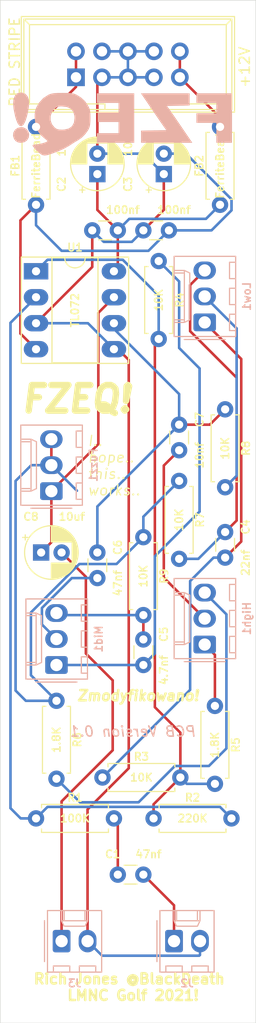
<source format=kicad_pcb>
(kicad_pcb (version 20171130) (host pcbnew "(5.1.8-0-10_14)")

  (general
    (thickness 1.6)
    (drawings 9)
    (tracks 153)
    (zones 0)
    (modules 31)
    (nets 23)
  )

  (page A4)
  (layers
    (0 F.Cu signal)
    (31 B.Cu signal)
    (32 B.Adhes user hide)
    (33 F.Adhes user hide)
    (34 B.Paste user hide)
    (35 F.Paste user hide)
    (36 B.SilkS user)
    (37 F.SilkS user)
    (38 B.Mask user hide)
    (39 F.Mask user hide)
    (40 Dwgs.User user hide)
    (41 Cmts.User user hide)
    (42 Eco1.User user hide)
    (43 Eco2.User user hide)
    (44 Edge.Cuts user)
    (45 Margin user hide)
    (46 B.CrtYd user hide)
    (47 F.CrtYd user hide)
    (48 B.Fab user hide)
    (49 F.Fab user hide)
  )

  (setup
    (last_trace_width 0.25)
    (trace_clearance 0.2)
    (zone_clearance 0.508)
    (zone_45_only no)
    (trace_min 0.2)
    (via_size 0.8)
    (via_drill 0.4)
    (via_min_size 0.4)
    (via_min_drill 0.3)
    (uvia_size 0.3)
    (uvia_drill 0.1)
    (uvias_allowed no)
    (uvia_min_size 0.2)
    (uvia_min_drill 0.1)
    (edge_width 0.05)
    (segment_width 0.2)
    (pcb_text_width 0.3)
    (pcb_text_size 1.5 1.5)
    (mod_edge_width 0.12)
    (mod_text_size 1 1)
    (mod_text_width 0.15)
    (pad_size 1.524 1.524)
    (pad_drill 0.762)
    (pad_to_mask_clearance 0)
    (aux_axis_origin 0 0)
    (visible_elements FFFFFF7F)
    (pcbplotparams
      (layerselection 0x010fc_ffffffff)
      (usegerberextensions false)
      (usegerberattributes true)
      (usegerberadvancedattributes true)
      (creategerberjobfile true)
      (excludeedgelayer true)
      (linewidth 0.100000)
      (plotframeref false)
      (viasonmask false)
      (mode 1)
      (useauxorigin false)
      (hpglpennumber 1)
      (hpglpenspeed 20)
      (hpglpendiameter 15.000000)
      (psnegative false)
      (psa4output false)
      (plotreference true)
      (plotvalue true)
      (plotinvisibletext false)
      (padsonsilk false)
      (subtractmaskfromsilk false)
      (outputformat 1)
      (mirror false)
      (drillshape 0)
      (scaleselection 1)
      (outputdirectory "gerbers/"))
  )

  (net 0 "")
  (net 1 "Net-(C1-Pad1)")
  (net 2 "Net-(C1-Pad2)")
  (net 3 GND)
  (net 4 "Net-(C2-Pad1)")
  (net 5 "Net-(C4-Pad2)")
  (net 6 "Net-(C4-Pad1)")
  (net 7 "Net-(C5-Pad1)")
  (net 8 "Net-(C5-Pad2)")
  (net 9 "Net-(C6-Pad2)")
  (net 10 "Net-(C6-Pad1)")
  (net 11 "Net-(C7-Pad2)")
  (net 12 "Net-(C8-Pad1)")
  (net 13 "Net-(C8-Pad2)")
  (net 14 "Net-(FB1-Pad2)")
  (net 15 "Net-(FB2-Pad2)")
  (net 16 "Net-(R1-Pad1)")
  (net 17 "Net-(R2-Pad1)")
  (net 18 "Net-(Fuzz1-Pad2)")
  (net 19 "Net-(High1-Pad3)")
  (net 20 "Net-(High1-Pad1)")
  (net 21 "Net-(Low1-Pad2)")
  (net 22 "Net-(C10-Pad2)")

  (net_class Default "This is the default net class."
    (clearance 0.2)
    (trace_width 0.25)
    (via_dia 0.8)
    (via_drill 0.4)
    (uvia_dia 0.3)
    (uvia_drill 0.1)
    (add_net GND)
    (add_net "Net-(C1-Pad1)")
    (add_net "Net-(C1-Pad2)")
    (add_net "Net-(C10-Pad2)")
    (add_net "Net-(C2-Pad1)")
    (add_net "Net-(C4-Pad1)")
    (add_net "Net-(C4-Pad2)")
    (add_net "Net-(C5-Pad1)")
    (add_net "Net-(C5-Pad2)")
    (add_net "Net-(C6-Pad1)")
    (add_net "Net-(C6-Pad2)")
    (add_net "Net-(C7-Pad2)")
    (add_net "Net-(C8-Pad1)")
    (add_net "Net-(C8-Pad2)")
    (add_net "Net-(FB1-Pad2)")
    (add_net "Net-(FB2-Pad2)")
    (add_net "Net-(Fuzz1-Pad2)")
    (add_net "Net-(High1-Pad1)")
    (add_net "Net-(High1-Pad3)")
    (add_net "Net-(Low1-Pad2)")
    (add_net "Net-(R1-Pad1)")
    (add_net "Net-(R2-Pad1)")
  )

  (module ao_tht:R_Axial_DIN0207_L6.3mm_D2.5mm_P7.62mm_Horizontal (layer F.Cu) (tedit 5FE36791) (tstamp 60F76101)
    (at 71.5 70 90)
    (descr "Resistor, Axial_DIN0207 series, Axial, Horizontal, pin pitch=7.62mm, 0.25W = 1/4W, length*diameter=6.3*2.5mm^2, http://cdn-reichelt.de/documents/datenblatt/B400/1_4W%23YAG.pdf")
    (tags "Resistor Axial_DIN0207 series Axial Horizontal pin pitch 7.62mm 0.25W = 1/4W length 6.3mm diameter 2.5mm")
    (path /60F7F606)
    (fp_text reference FB2 (at 3.81 -2.032 90) (layer F.SilkS)
      (effects (font (size 0.75 0.75) (thickness 0.15)))
    )
    (fp_text value FerriteBead (at 3.81 0 90) (layer F.SilkS)
      (effects (font (size 0.75 0.75) (thickness 0.15)))
    )
    (fp_line (start 8.67 -1.5) (end -1.05 -1.5) (layer F.CrtYd) (width 0.05))
    (fp_line (start 8.67 1.5) (end 8.67 -1.5) (layer F.CrtYd) (width 0.05))
    (fp_line (start -1.05 1.5) (end 8.67 1.5) (layer F.CrtYd) (width 0.05))
    (fp_line (start -1.05 -1.5) (end -1.05 1.5) (layer F.CrtYd) (width 0.05))
    (fp_line (start 7.08 1.37) (end 7.08 1.04) (layer F.SilkS) (width 0.12))
    (fp_line (start 0.54 1.37) (end 7.08 1.37) (layer F.SilkS) (width 0.12))
    (fp_line (start 0.54 1.04) (end 0.54 1.37) (layer F.SilkS) (width 0.12))
    (fp_line (start 7.08 -1.37) (end 7.08 -1.04) (layer F.SilkS) (width 0.12))
    (fp_line (start 0.54 -1.37) (end 7.08 -1.37) (layer F.SilkS) (width 0.12))
    (fp_line (start 0.54 -1.04) (end 0.54 -1.37) (layer F.SilkS) (width 0.12))
    (fp_line (start 7.62 0) (end 6.96 0) (layer F.Fab) (width 0.1))
    (fp_line (start 0 0) (end 0.66 0) (layer F.Fab) (width 0.1))
    (fp_line (start 6.96 -1.25) (end 0.66 -1.25) (layer F.Fab) (width 0.1))
    (fp_line (start 6.96 1.25) (end 6.96 -1.25) (layer F.Fab) (width 0.1))
    (fp_line (start 0.66 1.25) (end 6.96 1.25) (layer F.Fab) (width 0.1))
    (fp_line (start 0.66 -1.25) (end 0.66 1.25) (layer F.Fab) (width 0.1))
    (fp_text user %V (at 4 0 90) (layer F.Fab)
      (effects (font (size 1 1) (thickness 0.15)))
    )
    (fp_text user %R (at 3.81 2.5 90) (layer F.Fab)
      (effects (font (size 1 1) (thickness 0.15)))
    )
    (pad 1 thru_hole circle (at 0 0 90) (size 1.6 1.6) (drill 0.8) (layers *.Cu *.Mask)
      (net 4 "Net-(C2-Pad1)"))
    (pad 2 thru_hole oval (at 7.62 0 90) (size 1.6 1.6) (drill 0.8) (layers *.Cu *.Mask)
      (net 15 "Net-(FB2-Pad2)"))
    (model ${KISYS3DMOD}/Resistor_THT.3dshapes/R_Axial_DIN0207_L6.3mm_D2.5mm_P7.62mm_Horizontal.wrl
      (at (xyz 0 0 0))
      (scale (xyz 1 1 1))
      (rotate (xyz 0 0 0))
    )
  )

  (module ao_tht:fzeq (layer B.Cu) (tedit 0) (tstamp 60F7BA36)
    (at 62 63 180)
    (fp_text reference G*** (at 0 0) (layer B.SilkS) hide
      (effects (font (size 1.524 1.524) (thickness 0.3)) (justify mirror))
    )
    (fp_text value LOGO (at 0.75 0) (layer B.SilkS) hide
      (effects (font (size 1.524 1.524) (thickness 0.3)) (justify mirror))
    )
    (fp_poly (pts (xy 10.303767 3.909365) (xy 10.542512 3.703939) (xy 10.686917 3.369777) (xy 10.7358 2.9136)
      (xy 10.687976 2.342129) (xy 10.542263 1.662084) (xy 10.44132 1.312334) (xy 10.293639 0.952624)
      (xy 10.124956 0.74096) (xy 9.945784 0.683315) (xy 9.766638 0.785666) (xy 9.689231 0.884904)
      (xy 9.535505 1.199658) (xy 9.396153 1.626959) (xy 9.283026 2.110038) (xy 9.207971 2.592127)
      (xy 9.182838 3.016459) (xy 9.198863 3.234279) (xy 9.324428 3.604061) (xy 9.553934 3.856092)
      (xy 9.869475 3.973112) (xy 9.971865 3.979334) (xy 10.303767 3.909365)) (layer B.SilkS) (width 0.01))
    (fp_poly (pts (xy 10.294564 0.522454) (xy 10.553824 0.336172) (xy 10.710112 0.07036) (xy 10.748634 -0.238443)
      (xy 10.654595 -0.5537) (xy 10.496513 -0.764153) (xy 10.247493 -0.905144) (xy 9.934717 -0.939164)
      (xy 9.623272 -0.869121) (xy 9.393516 -0.714893) (xy 9.214195 -0.420555) (xy 9.176188 -0.106742)
      (xy 9.263287 0.188267) (xy 9.459286 0.426192) (xy 9.747976 0.568752) (xy 9.947127 0.592667)
      (xy 10.294564 0.522454)) (layer B.SilkS) (width 0.01))
    (fp_poly (pts (xy 2.54 2.963334) (xy 0.423333 2.963334) (xy 0.423333 2.032) (xy 2.455333 2.032)
      (xy 2.455333 1.100667) (xy 0.423333 1.100667) (xy 0.423333 0) (xy 2.54 0)
      (xy 2.54 -0.931333) (xy -1.100667 -0.931333) (xy -1.100667 3.894667) (xy 2.54 3.894667)
      (xy 2.54 2.963334)) (layer B.SilkS) (width 0.01))
    (fp_poly (pts (xy -2.766032 2.434167) (xy -3.081496 1.971604) (xy -3.380341 1.535007) (xy -3.643732 1.151771)
      (xy -3.852835 0.849289) (xy -3.988814 0.654955) (xy -4.003048 0.635) (xy -4.245881 0.296334)
      (xy -3.011941 0.272904) (xy -1.778 0.249474) (xy -1.778 -0.931333) (xy -6.78257 -0.931333)
      (xy -5.787306 0.529167) (xy -5.471539 0.991656) (xy -5.172382 1.428192) (xy -4.908683 1.811393)
      (xy -4.699292 2.11388) (xy -4.563059 2.308273) (xy -4.548722 2.328334) (xy -4.305401 2.667)
      (xy -5.412367 2.690625) (xy -6.519334 2.714249) (xy -6.519334 3.894667) (xy -1.771848 3.894667)
      (xy -2.766032 2.434167)) (layer B.SilkS) (width 0.01))
    (fp_poly (pts (xy -7.196667 2.963334) (xy -9.144 2.963334) (xy -9.144 1.947334) (xy -7.196667 1.947334)
      (xy -7.196667 1.016) (xy -9.144 1.016) (xy -9.144 -0.931333) (xy -10.668 -0.931333)
      (xy -10.668 3.894667) (xy -7.196667 3.894667) (xy -7.196667 2.963334)) (layer B.SilkS) (width 0.01))
    (fp_poly (pts (xy 6.348955 3.932273) (xy 6.68573 3.914606) (xy 6.93597 3.878776) (xy 7.140986 3.819559)
      (xy 7.282283 3.760204) (xy 7.796175 3.430739) (xy 8.212769 2.968978) (xy 8.446955 2.556708)
      (xy 8.554017 2.294564) (xy 8.612218 2.05391) (xy 8.631522 1.769991) (xy 8.623317 1.410724)
      (xy 8.544928 0.777236) (xy 8.362113 0.261158) (xy 8.063925 -0.161293) (xy 7.78471 -0.41099)
      (xy 7.572676 -0.580206) (xy 7.424541 -0.714099) (xy 7.381741 -0.766713) (xy 7.438414 -0.829)
      (xy 7.615365 -0.906534) (xy 7.866023 -0.985644) (xy 8.143822 -1.05266) (xy 8.402191 -1.093912)
      (xy 8.51937 -1.100666) (xy 8.723188 -1.122141) (xy 8.840476 -1.174193) (xy 8.84303 -1.177831)
      (xy 8.808864 -1.268296) (xy 8.675825 -1.440204) (xy 8.470114 -1.660849) (xy 8.403527 -1.726458)
      (xy 8.128185 -1.978893) (xy 7.905055 -2.127311) (xy 7.685238 -2.180845) (xy 7.419832 -2.14863)
      (xy 7.059938 -2.039798) (xy 6.942666 -1.999316) (xy 6.290015 -1.754029) (xy 5.751281 -1.509054)
      (xy 5.273002 -1.239035) (xy 5.090025 -1.1206) (xy 4.804841 -0.935304) (xy 4.540284 -0.772765)
      (xy 4.377616 -0.681048) (xy 4.037436 -0.445834) (xy 3.700175 -0.110021) (xy 3.423427 0.26673)
      (xy 3.368192 0.3646) (xy 3.271264 0.58519) (xy 3.213294 0.82724) (xy 3.185326 1.143499)
      (xy 3.178551 1.481667) (xy 4.727222 1.481667) (xy 4.788858 1.027074) (xy 4.974113 0.687945)
      (xy 5.283506 0.463792) (xy 5.717558 0.354126) (xy 5.941337 0.342057) (xy 6.25459 0.355652)
      (xy 6.471734 0.415656) (xy 6.664025 0.542744) (xy 6.680641 0.556573) (xy 6.947065 0.88241)
      (xy 7.078842 1.271838) (xy 7.074784 1.684231) (xy 6.933706 2.078961) (xy 6.732789 2.343478)
      (xy 6.548375 2.508474) (xy 6.376066 2.592507) (xy 6.144358 2.622051) (xy 5.973262 2.624667)
      (xy 5.478516 2.567058) (xy 5.107862 2.394525) (xy 4.861784 2.107513) (xy 4.740764 1.706465)
      (xy 4.727222 1.481667) (xy 3.178551 1.481667) (xy 3.183328 1.872899) (xy 3.208793 2.151991)
      (xy 3.265666 2.375845) (xy 3.364671 2.60136) (xy 3.403818 2.677138) (xy 3.70609 3.127848)
      (xy 4.106242 3.494364) (xy 4.519805 3.750547) (xy 4.692825 3.832114) (xy 4.875165 3.8861)
      (xy 5.106654 3.917948) (xy 5.427121 3.933101) (xy 5.876397 3.937) (xy 5.884333 3.937)
      (xy 6.348955 3.932273)) (layer B.SilkS) (width 0.01))
  )

  (module ao_tht:CP_Radial_D5.0mm_P2.00mm (layer F.Cu) (tedit 5EEA1F78) (tstamp 60F760AD)
    (at 54 104)
    (descr "CP, Radial series, Radial, pin pitch=2.00mm, , diameter=5mm, Electrolytic Capacitor")
    (tags "CP Radial series Radial pin pitch 2.00mm  diameter 5mm Electrolytic Capacitor")
    (path /60F9B6FE)
    (fp_text reference C8 (at -1 -3.5) (layer F.SilkS)
      (effects (font (size 0.75 0.75) (thickness 0.15)))
    )
    (fp_text value 10uf (at 1 3.75) (layer F.Fab)
      (effects (font (size 1 1) (thickness 0.15)))
    )
    (fp_circle (center 1 0) (end 3.5 0) (layer F.Fab) (width 0.1))
    (fp_circle (center 1 0) (end 3.62 0) (layer F.SilkS) (width 0.12))
    (fp_circle (center 1 0) (end 3.75 0) (layer F.CrtYd) (width 0.05))
    (fp_line (start -1.133605 -1.0875) (end -0.633605 -1.0875) (layer F.Fab) (width 0.1))
    (fp_line (start -0.883605 -1.3375) (end -0.883605 -0.8375) (layer F.Fab) (width 0.1))
    (fp_line (start 1 1.04) (end 1 2.58) (layer F.SilkS) (width 0.12))
    (fp_line (start 1 -2.58) (end 1 -1.04) (layer F.SilkS) (width 0.12))
    (fp_line (start 1.04 1.04) (end 1.04 2.58) (layer F.SilkS) (width 0.12))
    (fp_line (start 1.04 -2.58) (end 1.04 -1.04) (layer F.SilkS) (width 0.12))
    (fp_line (start 1.08 -2.579) (end 1.08 -1.04) (layer F.SilkS) (width 0.12))
    (fp_line (start 1.08 1.04) (end 1.08 2.579) (layer F.SilkS) (width 0.12))
    (fp_line (start 1.12 -2.578) (end 1.12 -1.04) (layer F.SilkS) (width 0.12))
    (fp_line (start 1.12 1.04) (end 1.12 2.578) (layer F.SilkS) (width 0.12))
    (fp_line (start 1.16 -2.576) (end 1.16 -1.04) (layer F.SilkS) (width 0.12))
    (fp_line (start 1.16 1.04) (end 1.16 2.576) (layer F.SilkS) (width 0.12))
    (fp_line (start 1.2 -2.573) (end 1.2 -1.04) (layer F.SilkS) (width 0.12))
    (fp_line (start 1.2 1.04) (end 1.2 2.573) (layer F.SilkS) (width 0.12))
    (fp_line (start 1.24 -2.569) (end 1.24 -1.04) (layer F.SilkS) (width 0.12))
    (fp_line (start 1.24 1.04) (end 1.24 2.569) (layer F.SilkS) (width 0.12))
    (fp_line (start 1.28 -2.565) (end 1.28 -1.04) (layer F.SilkS) (width 0.12))
    (fp_line (start 1.28 1.04) (end 1.28 2.565) (layer F.SilkS) (width 0.12))
    (fp_line (start 1.32 -2.561) (end 1.32 -1.04) (layer F.SilkS) (width 0.12))
    (fp_line (start 1.32 1.04) (end 1.32 2.561) (layer F.SilkS) (width 0.12))
    (fp_line (start 1.36 -2.556) (end 1.36 -1.04) (layer F.SilkS) (width 0.12))
    (fp_line (start 1.36 1.04) (end 1.36 2.556) (layer F.SilkS) (width 0.12))
    (fp_line (start 1.4 -2.55) (end 1.4 -1.04) (layer F.SilkS) (width 0.12))
    (fp_line (start 1.4 1.04) (end 1.4 2.55) (layer F.SilkS) (width 0.12))
    (fp_line (start 1.44 -2.543) (end 1.44 -1.04) (layer F.SilkS) (width 0.12))
    (fp_line (start 1.44 1.04) (end 1.44 2.543) (layer F.SilkS) (width 0.12))
    (fp_line (start 1.48 -2.536) (end 1.48 -1.04) (layer F.SilkS) (width 0.12))
    (fp_line (start 1.48 1.04) (end 1.48 2.536) (layer F.SilkS) (width 0.12))
    (fp_line (start 1.52 -2.528) (end 1.52 -1.04) (layer F.SilkS) (width 0.12))
    (fp_line (start 1.52 1.04) (end 1.52 2.528) (layer F.SilkS) (width 0.12))
    (fp_line (start 1.56 -2.52) (end 1.56 -1.04) (layer F.SilkS) (width 0.12))
    (fp_line (start 1.56 1.04) (end 1.56 2.52) (layer F.SilkS) (width 0.12))
    (fp_line (start 1.6 -2.511) (end 1.6 -1.04) (layer F.SilkS) (width 0.12))
    (fp_line (start 1.6 1.04) (end 1.6 2.511) (layer F.SilkS) (width 0.12))
    (fp_line (start 1.64 -2.501) (end 1.64 -1.04) (layer F.SilkS) (width 0.12))
    (fp_line (start 1.64 1.04) (end 1.64 2.501) (layer F.SilkS) (width 0.12))
    (fp_line (start 1.68 -2.491) (end 1.68 -1.04) (layer F.SilkS) (width 0.12))
    (fp_line (start 1.68 1.04) (end 1.68 2.491) (layer F.SilkS) (width 0.12))
    (fp_line (start 1.721 -2.48) (end 1.721 -1.04) (layer F.SilkS) (width 0.12))
    (fp_line (start 1.721 1.04) (end 1.721 2.48) (layer F.SilkS) (width 0.12))
    (fp_line (start 1.761 -2.468) (end 1.761 -1.04) (layer F.SilkS) (width 0.12))
    (fp_line (start 1.761 1.04) (end 1.761 2.468) (layer F.SilkS) (width 0.12))
    (fp_line (start 1.801 -2.455) (end 1.801 -1.04) (layer F.SilkS) (width 0.12))
    (fp_line (start 1.801 1.04) (end 1.801 2.455) (layer F.SilkS) (width 0.12))
    (fp_line (start 1.841 -2.442) (end 1.841 -1.04) (layer F.SilkS) (width 0.12))
    (fp_line (start 1.841 1.04) (end 1.841 2.442) (layer F.SilkS) (width 0.12))
    (fp_line (start 1.881 -2.428) (end 1.881 -1.04) (layer F.SilkS) (width 0.12))
    (fp_line (start 1.881 1.04) (end 1.881 2.428) (layer F.SilkS) (width 0.12))
    (fp_line (start 1.921 -2.414) (end 1.921 -1.04) (layer F.SilkS) (width 0.12))
    (fp_line (start 1.921 1.04) (end 1.921 2.414) (layer F.SilkS) (width 0.12))
    (fp_line (start 1.961 -2.398) (end 1.961 -1.04) (layer F.SilkS) (width 0.12))
    (fp_line (start 1.961 1.04) (end 1.961 2.398) (layer F.SilkS) (width 0.12))
    (fp_line (start 2.001 -2.382) (end 2.001 -1.04) (layer F.SilkS) (width 0.12))
    (fp_line (start 2.001 1.04) (end 2.001 2.382) (layer F.SilkS) (width 0.12))
    (fp_line (start 2.041 -2.365) (end 2.041 -1.04) (layer F.SilkS) (width 0.12))
    (fp_line (start 2.041 1.04) (end 2.041 2.365) (layer F.SilkS) (width 0.12))
    (fp_line (start 2.081 -2.348) (end 2.081 -1.04) (layer F.SilkS) (width 0.12))
    (fp_line (start 2.081 1.04) (end 2.081 2.348) (layer F.SilkS) (width 0.12))
    (fp_line (start 2.121 -2.329) (end 2.121 -1.04) (layer F.SilkS) (width 0.12))
    (fp_line (start 2.121 1.04) (end 2.121 2.329) (layer F.SilkS) (width 0.12))
    (fp_line (start 2.161 -2.31) (end 2.161 -1.04) (layer F.SilkS) (width 0.12))
    (fp_line (start 2.161 1.04) (end 2.161 2.31) (layer F.SilkS) (width 0.12))
    (fp_line (start 2.201 -2.29) (end 2.201 -1.04) (layer F.SilkS) (width 0.12))
    (fp_line (start 2.201 1.04) (end 2.201 2.29) (layer F.SilkS) (width 0.12))
    (fp_line (start 2.241 -2.268) (end 2.241 -1.04) (layer F.SilkS) (width 0.12))
    (fp_line (start 2.241 1.04) (end 2.241 2.268) (layer F.SilkS) (width 0.12))
    (fp_line (start 2.281 -2.247) (end 2.281 -1.04) (layer F.SilkS) (width 0.12))
    (fp_line (start 2.281 1.04) (end 2.281 2.247) (layer F.SilkS) (width 0.12))
    (fp_line (start 2.321 -2.224) (end 2.321 -1.04) (layer F.SilkS) (width 0.12))
    (fp_line (start 2.321 1.04) (end 2.321 2.224) (layer F.SilkS) (width 0.12))
    (fp_line (start 2.361 -2.2) (end 2.361 -1.04) (layer F.SilkS) (width 0.12))
    (fp_line (start 2.361 1.04) (end 2.361 2.2) (layer F.SilkS) (width 0.12))
    (fp_line (start 2.401 -2.175) (end 2.401 -1.04) (layer F.SilkS) (width 0.12))
    (fp_line (start 2.401 1.04) (end 2.401 2.175) (layer F.SilkS) (width 0.12))
    (fp_line (start 2.441 -2.149) (end 2.441 -1.04) (layer F.SilkS) (width 0.12))
    (fp_line (start 2.441 1.04) (end 2.441 2.149) (layer F.SilkS) (width 0.12))
    (fp_line (start 2.481 -2.122) (end 2.481 -1.04) (layer F.SilkS) (width 0.12))
    (fp_line (start 2.481 1.04) (end 2.481 2.122) (layer F.SilkS) (width 0.12))
    (fp_line (start 2.521 -2.095) (end 2.521 -1.04) (layer F.SilkS) (width 0.12))
    (fp_line (start 2.521 1.04) (end 2.521 2.095) (layer F.SilkS) (width 0.12))
    (fp_line (start 2.561 -2.065) (end 2.561 -1.04) (layer F.SilkS) (width 0.12))
    (fp_line (start 2.561 1.04) (end 2.561 2.065) (layer F.SilkS) (width 0.12))
    (fp_line (start 2.601 -2.035) (end 2.601 -1.04) (layer F.SilkS) (width 0.12))
    (fp_line (start 2.601 1.04) (end 2.601 2.035) (layer F.SilkS) (width 0.12))
    (fp_line (start 2.641 -2.004) (end 2.641 -1.04) (layer F.SilkS) (width 0.12))
    (fp_line (start 2.641 1.04) (end 2.641 2.004) (layer F.SilkS) (width 0.12))
    (fp_line (start 2.681 -1.971) (end 2.681 -1.04) (layer F.SilkS) (width 0.12))
    (fp_line (start 2.681 1.04) (end 2.681 1.971) (layer F.SilkS) (width 0.12))
    (fp_line (start 2.721 -1.937) (end 2.721 -1.04) (layer F.SilkS) (width 0.12))
    (fp_line (start 2.721 1.04) (end 2.721 1.937) (layer F.SilkS) (width 0.12))
    (fp_line (start 2.761 -1.901) (end 2.761 -1.04) (layer F.SilkS) (width 0.12))
    (fp_line (start 2.761 1.04) (end 2.761 1.901) (layer F.SilkS) (width 0.12))
    (fp_line (start 2.801 -1.864) (end 2.801 -1.04) (layer F.SilkS) (width 0.12))
    (fp_line (start 2.801 1.04) (end 2.801 1.864) (layer F.SilkS) (width 0.12))
    (fp_line (start 2.841 -1.826) (end 2.841 -1.04) (layer F.SilkS) (width 0.12))
    (fp_line (start 2.841 1.04) (end 2.841 1.826) (layer F.SilkS) (width 0.12))
    (fp_line (start 2.881 -1.785) (end 2.881 -1.04) (layer F.SilkS) (width 0.12))
    (fp_line (start 2.881 1.04) (end 2.881 1.785) (layer F.SilkS) (width 0.12))
    (fp_line (start 2.921 -1.743) (end 2.921 -1.04) (layer F.SilkS) (width 0.12))
    (fp_line (start 2.921 1.04) (end 2.921 1.743) (layer F.SilkS) (width 0.12))
    (fp_line (start 2.961 -1.699) (end 2.961 -1.04) (layer F.SilkS) (width 0.12))
    (fp_line (start 2.961 1.04) (end 2.961 1.699) (layer F.SilkS) (width 0.12))
    (fp_line (start 3.001 -1.653) (end 3.001 -1.04) (layer F.SilkS) (width 0.12))
    (fp_line (start 3.001 1.04) (end 3.001 1.653) (layer F.SilkS) (width 0.12))
    (fp_line (start 3.041 -1.605) (end 3.041 1.605) (layer F.SilkS) (width 0.12))
    (fp_line (start 3.081 -1.554) (end 3.081 1.554) (layer F.SilkS) (width 0.12))
    (fp_line (start 3.121 -1.5) (end 3.121 1.5) (layer F.SilkS) (width 0.12))
    (fp_line (start 3.161 -1.443) (end 3.161 1.443) (layer F.SilkS) (width 0.12))
    (fp_line (start 3.201 -1.383) (end 3.201 1.383) (layer F.SilkS) (width 0.12))
    (fp_line (start 3.241 -1.319) (end 3.241 1.319) (layer F.SilkS) (width 0.12))
    (fp_line (start 3.281 -1.251) (end 3.281 1.251) (layer F.SilkS) (width 0.12))
    (fp_line (start 3.321 -1.178) (end 3.321 1.178) (layer F.SilkS) (width 0.12))
    (fp_line (start 3.361 -1.098) (end 3.361 1.098) (layer F.SilkS) (width 0.12))
    (fp_line (start 3.401 -1.011) (end 3.401 1.011) (layer F.SilkS) (width 0.12))
    (fp_line (start 3.441 -0.915) (end 3.441 0.915) (layer F.SilkS) (width 0.12))
    (fp_line (start 3.481 -0.805) (end 3.481 0.805) (layer F.SilkS) (width 0.12))
    (fp_line (start 3.521 -0.677) (end 3.521 0.677) (layer F.SilkS) (width 0.12))
    (fp_line (start 3.561 -0.518) (end 3.561 0.518) (layer F.SilkS) (width 0.12))
    (fp_line (start 3.601 -0.284) (end 3.601 0.284) (layer F.SilkS) (width 0.12))
    (fp_line (start -1.804775 -1.475) (end -1.304775 -1.475) (layer F.SilkS) (width 0.12))
    (fp_line (start -1.554775 -1.725) (end -1.554775 -1.225) (layer F.SilkS) (width 0.12))
    (fp_text user %V (at 3 -3.5) (layer F.SilkS)
      (effects (font (size 0.75 0.75) (thickness 0.15)))
    )
    (fp_text user %R (at 1 0) (layer F.Fab)
      (effects (font (size 1 1) (thickness 0.15)))
    )
    (pad 1 thru_hole rect (at 0 0) (size 1.6 1.6) (drill 0.8) (layers *.Cu *.Mask)
      (net 12 "Net-(C8-Pad1)"))
    (pad 2 thru_hole circle (at 2 0) (size 1.6 1.6) (drill 0.8) (layers *.Cu *.Mask)
      (net 13 "Net-(C8-Pad2)"))
    (model ${KISYS3DMOD}/Capacitor_THT.3dshapes/CP_Radial_D5.0mm_P2.00mm.wrl
      (at (xyz 0 0 0))
      (scale (xyz 1 1 1))
      (rotate (xyz 0 0 0))
    )
  )

  (module ao_tht:C_Disc_D3.0mm_W1.6mm_P2.50mm (layer F.Cu) (tedit 5EEA28A1) (tstamp 60F75ED9)
    (at 61.5 135.5)
    (descr "C, Disc series, Radial, pin pitch=2.50mm, , diameter*width=3.0*1.6mm^2, Capacitor, http://www.vishay.com/docs/45233/krseries.pdf")
    (tags "C Disc series Radial pin pitch 2.50mm  diameter 3.0mm width 1.6mm Capacitor")
    (path /60F63A6F)
    (fp_text reference C1 (at -0.5 -2) (layer F.SilkS)
      (effects (font (size 0.75 0.75) (thickness 0.15)))
    )
    (fp_text value 47nf (at 1.25 2.05) (layer F.Fab)
      (effects (font (size 1 1) (thickness 0.15)))
    )
    (fp_line (start -0.25 -0.8) (end -0.25 0.8) (layer F.Fab) (width 0.1))
    (fp_line (start -0.25 0.8) (end 2.75 0.8) (layer F.Fab) (width 0.1))
    (fp_line (start 2.75 0.8) (end 2.75 -0.8) (layer F.Fab) (width 0.1))
    (fp_line (start 2.75 -0.8) (end -0.25 -0.8) (layer F.Fab) (width 0.1))
    (fp_line (start 0.621 -0.92) (end 1.879 -0.92) (layer F.SilkS) (width 0.12))
    (fp_line (start 0.621 0.92) (end 1.879 0.92) (layer F.SilkS) (width 0.12))
    (fp_line (start -1.05 -1.05) (end -1.05 1.05) (layer F.CrtYd) (width 0.05))
    (fp_line (start -1.05 1.05) (end 3.55 1.05) (layer F.CrtYd) (width 0.05))
    (fp_line (start 3.55 1.05) (end 3.55 -1.05) (layer F.CrtYd) (width 0.05))
    (fp_line (start 3.55 -1.05) (end -1.05 -1.05) (layer F.CrtYd) (width 0.05))
    (fp_text user %V (at 3 -2) (layer F.SilkS)
      (effects (font (size 0.75 0.75) (thickness 0.15)))
    )
    (fp_text user %R (at 1.25 0) (layer F.Fab)
      (effects (font (size 0.6 0.6) (thickness 0.09)))
    )
    (pad 1 thru_hole circle (at 0 0) (size 1.6 1.6) (drill 0.8) (layers *.Cu *.Mask)
      (net 1 "Net-(C1-Pad1)"))
    (pad 2 thru_hole circle (at 2.5 0) (size 1.6 1.6) (drill 0.8) (layers *.Cu *.Mask)
      (net 2 "Net-(C1-Pad2)"))
    (model ${KISYS3DMOD}/Capacitor_THT.3dshapes/C_Disc_D3.0mm_W1.6mm_P2.50mm.wrl
      (at (xyz 0 0 0))
      (scale (xyz 1 1 1))
      (rotate (xyz 0 0 0))
    )
  )

  (module ao_tht:CP_Radial_D5.0mm_P2.00mm (layer F.Cu) (tedit 5EEA1F78) (tstamp 60F75F5D)
    (at 59.5 67 90)
    (descr "CP, Radial series, Radial, pin pitch=2.00mm, , diameter=5mm, Electrolytic Capacitor")
    (tags "CP Radial series Radial pin pitch 2.00mm  diameter 5mm Electrolytic Capacitor")
    (path /60F7F61C)
    (fp_text reference C2 (at -1 -3.5 90) (layer F.SilkS)
      (effects (font (size 0.75 0.75) (thickness 0.15)))
    )
    (fp_text value 10uf (at 1 3.75 90) (layer F.Fab)
      (effects (font (size 1 1) (thickness 0.15)))
    )
    (fp_line (start -1.554775 -1.725) (end -1.554775 -1.225) (layer F.SilkS) (width 0.12))
    (fp_line (start -1.804775 -1.475) (end -1.304775 -1.475) (layer F.SilkS) (width 0.12))
    (fp_line (start 3.601 -0.284) (end 3.601 0.284) (layer F.SilkS) (width 0.12))
    (fp_line (start 3.561 -0.518) (end 3.561 0.518) (layer F.SilkS) (width 0.12))
    (fp_line (start 3.521 -0.677) (end 3.521 0.677) (layer F.SilkS) (width 0.12))
    (fp_line (start 3.481 -0.805) (end 3.481 0.805) (layer F.SilkS) (width 0.12))
    (fp_line (start 3.441 -0.915) (end 3.441 0.915) (layer F.SilkS) (width 0.12))
    (fp_line (start 3.401 -1.011) (end 3.401 1.011) (layer F.SilkS) (width 0.12))
    (fp_line (start 3.361 -1.098) (end 3.361 1.098) (layer F.SilkS) (width 0.12))
    (fp_line (start 3.321 -1.178) (end 3.321 1.178) (layer F.SilkS) (width 0.12))
    (fp_line (start 3.281 -1.251) (end 3.281 1.251) (layer F.SilkS) (width 0.12))
    (fp_line (start 3.241 -1.319) (end 3.241 1.319) (layer F.SilkS) (width 0.12))
    (fp_line (start 3.201 -1.383) (end 3.201 1.383) (layer F.SilkS) (width 0.12))
    (fp_line (start 3.161 -1.443) (end 3.161 1.443) (layer F.SilkS) (width 0.12))
    (fp_line (start 3.121 -1.5) (end 3.121 1.5) (layer F.SilkS) (width 0.12))
    (fp_line (start 3.081 -1.554) (end 3.081 1.554) (layer F.SilkS) (width 0.12))
    (fp_line (start 3.041 -1.605) (end 3.041 1.605) (layer F.SilkS) (width 0.12))
    (fp_line (start 3.001 1.04) (end 3.001 1.653) (layer F.SilkS) (width 0.12))
    (fp_line (start 3.001 -1.653) (end 3.001 -1.04) (layer F.SilkS) (width 0.12))
    (fp_line (start 2.961 1.04) (end 2.961 1.699) (layer F.SilkS) (width 0.12))
    (fp_line (start 2.961 -1.699) (end 2.961 -1.04) (layer F.SilkS) (width 0.12))
    (fp_line (start 2.921 1.04) (end 2.921 1.743) (layer F.SilkS) (width 0.12))
    (fp_line (start 2.921 -1.743) (end 2.921 -1.04) (layer F.SilkS) (width 0.12))
    (fp_line (start 2.881 1.04) (end 2.881 1.785) (layer F.SilkS) (width 0.12))
    (fp_line (start 2.881 -1.785) (end 2.881 -1.04) (layer F.SilkS) (width 0.12))
    (fp_line (start 2.841 1.04) (end 2.841 1.826) (layer F.SilkS) (width 0.12))
    (fp_line (start 2.841 -1.826) (end 2.841 -1.04) (layer F.SilkS) (width 0.12))
    (fp_line (start 2.801 1.04) (end 2.801 1.864) (layer F.SilkS) (width 0.12))
    (fp_line (start 2.801 -1.864) (end 2.801 -1.04) (layer F.SilkS) (width 0.12))
    (fp_line (start 2.761 1.04) (end 2.761 1.901) (layer F.SilkS) (width 0.12))
    (fp_line (start 2.761 -1.901) (end 2.761 -1.04) (layer F.SilkS) (width 0.12))
    (fp_line (start 2.721 1.04) (end 2.721 1.937) (layer F.SilkS) (width 0.12))
    (fp_line (start 2.721 -1.937) (end 2.721 -1.04) (layer F.SilkS) (width 0.12))
    (fp_line (start 2.681 1.04) (end 2.681 1.971) (layer F.SilkS) (width 0.12))
    (fp_line (start 2.681 -1.971) (end 2.681 -1.04) (layer F.SilkS) (width 0.12))
    (fp_line (start 2.641 1.04) (end 2.641 2.004) (layer F.SilkS) (width 0.12))
    (fp_line (start 2.641 -2.004) (end 2.641 -1.04) (layer F.SilkS) (width 0.12))
    (fp_line (start 2.601 1.04) (end 2.601 2.035) (layer F.SilkS) (width 0.12))
    (fp_line (start 2.601 -2.035) (end 2.601 -1.04) (layer F.SilkS) (width 0.12))
    (fp_line (start 2.561 1.04) (end 2.561 2.065) (layer F.SilkS) (width 0.12))
    (fp_line (start 2.561 -2.065) (end 2.561 -1.04) (layer F.SilkS) (width 0.12))
    (fp_line (start 2.521 1.04) (end 2.521 2.095) (layer F.SilkS) (width 0.12))
    (fp_line (start 2.521 -2.095) (end 2.521 -1.04) (layer F.SilkS) (width 0.12))
    (fp_line (start 2.481 1.04) (end 2.481 2.122) (layer F.SilkS) (width 0.12))
    (fp_line (start 2.481 -2.122) (end 2.481 -1.04) (layer F.SilkS) (width 0.12))
    (fp_line (start 2.441 1.04) (end 2.441 2.149) (layer F.SilkS) (width 0.12))
    (fp_line (start 2.441 -2.149) (end 2.441 -1.04) (layer F.SilkS) (width 0.12))
    (fp_line (start 2.401 1.04) (end 2.401 2.175) (layer F.SilkS) (width 0.12))
    (fp_line (start 2.401 -2.175) (end 2.401 -1.04) (layer F.SilkS) (width 0.12))
    (fp_line (start 2.361 1.04) (end 2.361 2.2) (layer F.SilkS) (width 0.12))
    (fp_line (start 2.361 -2.2) (end 2.361 -1.04) (layer F.SilkS) (width 0.12))
    (fp_line (start 2.321 1.04) (end 2.321 2.224) (layer F.SilkS) (width 0.12))
    (fp_line (start 2.321 -2.224) (end 2.321 -1.04) (layer F.SilkS) (width 0.12))
    (fp_line (start 2.281 1.04) (end 2.281 2.247) (layer F.SilkS) (width 0.12))
    (fp_line (start 2.281 -2.247) (end 2.281 -1.04) (layer F.SilkS) (width 0.12))
    (fp_line (start 2.241 1.04) (end 2.241 2.268) (layer F.SilkS) (width 0.12))
    (fp_line (start 2.241 -2.268) (end 2.241 -1.04) (layer F.SilkS) (width 0.12))
    (fp_line (start 2.201 1.04) (end 2.201 2.29) (layer F.SilkS) (width 0.12))
    (fp_line (start 2.201 -2.29) (end 2.201 -1.04) (layer F.SilkS) (width 0.12))
    (fp_line (start 2.161 1.04) (end 2.161 2.31) (layer F.SilkS) (width 0.12))
    (fp_line (start 2.161 -2.31) (end 2.161 -1.04) (layer F.SilkS) (width 0.12))
    (fp_line (start 2.121 1.04) (end 2.121 2.329) (layer F.SilkS) (width 0.12))
    (fp_line (start 2.121 -2.329) (end 2.121 -1.04) (layer F.SilkS) (width 0.12))
    (fp_line (start 2.081 1.04) (end 2.081 2.348) (layer F.SilkS) (width 0.12))
    (fp_line (start 2.081 -2.348) (end 2.081 -1.04) (layer F.SilkS) (width 0.12))
    (fp_line (start 2.041 1.04) (end 2.041 2.365) (layer F.SilkS) (width 0.12))
    (fp_line (start 2.041 -2.365) (end 2.041 -1.04) (layer F.SilkS) (width 0.12))
    (fp_line (start 2.001 1.04) (end 2.001 2.382) (layer F.SilkS) (width 0.12))
    (fp_line (start 2.001 -2.382) (end 2.001 -1.04) (layer F.SilkS) (width 0.12))
    (fp_line (start 1.961 1.04) (end 1.961 2.398) (layer F.SilkS) (width 0.12))
    (fp_line (start 1.961 -2.398) (end 1.961 -1.04) (layer F.SilkS) (width 0.12))
    (fp_line (start 1.921 1.04) (end 1.921 2.414) (layer F.SilkS) (width 0.12))
    (fp_line (start 1.921 -2.414) (end 1.921 -1.04) (layer F.SilkS) (width 0.12))
    (fp_line (start 1.881 1.04) (end 1.881 2.428) (layer F.SilkS) (width 0.12))
    (fp_line (start 1.881 -2.428) (end 1.881 -1.04) (layer F.SilkS) (width 0.12))
    (fp_line (start 1.841 1.04) (end 1.841 2.442) (layer F.SilkS) (width 0.12))
    (fp_line (start 1.841 -2.442) (end 1.841 -1.04) (layer F.SilkS) (width 0.12))
    (fp_line (start 1.801 1.04) (end 1.801 2.455) (layer F.SilkS) (width 0.12))
    (fp_line (start 1.801 -2.455) (end 1.801 -1.04) (layer F.SilkS) (width 0.12))
    (fp_line (start 1.761 1.04) (end 1.761 2.468) (layer F.SilkS) (width 0.12))
    (fp_line (start 1.761 -2.468) (end 1.761 -1.04) (layer F.SilkS) (width 0.12))
    (fp_line (start 1.721 1.04) (end 1.721 2.48) (layer F.SilkS) (width 0.12))
    (fp_line (start 1.721 -2.48) (end 1.721 -1.04) (layer F.SilkS) (width 0.12))
    (fp_line (start 1.68 1.04) (end 1.68 2.491) (layer F.SilkS) (width 0.12))
    (fp_line (start 1.68 -2.491) (end 1.68 -1.04) (layer F.SilkS) (width 0.12))
    (fp_line (start 1.64 1.04) (end 1.64 2.501) (layer F.SilkS) (width 0.12))
    (fp_line (start 1.64 -2.501) (end 1.64 -1.04) (layer F.SilkS) (width 0.12))
    (fp_line (start 1.6 1.04) (end 1.6 2.511) (layer F.SilkS) (width 0.12))
    (fp_line (start 1.6 -2.511) (end 1.6 -1.04) (layer F.SilkS) (width 0.12))
    (fp_line (start 1.56 1.04) (end 1.56 2.52) (layer F.SilkS) (width 0.12))
    (fp_line (start 1.56 -2.52) (end 1.56 -1.04) (layer F.SilkS) (width 0.12))
    (fp_line (start 1.52 1.04) (end 1.52 2.528) (layer F.SilkS) (width 0.12))
    (fp_line (start 1.52 -2.528) (end 1.52 -1.04) (layer F.SilkS) (width 0.12))
    (fp_line (start 1.48 1.04) (end 1.48 2.536) (layer F.SilkS) (width 0.12))
    (fp_line (start 1.48 -2.536) (end 1.48 -1.04) (layer F.SilkS) (width 0.12))
    (fp_line (start 1.44 1.04) (end 1.44 2.543) (layer F.SilkS) (width 0.12))
    (fp_line (start 1.44 -2.543) (end 1.44 -1.04) (layer F.SilkS) (width 0.12))
    (fp_line (start 1.4 1.04) (end 1.4 2.55) (layer F.SilkS) (width 0.12))
    (fp_line (start 1.4 -2.55) (end 1.4 -1.04) (layer F.SilkS) (width 0.12))
    (fp_line (start 1.36 1.04) (end 1.36 2.556) (layer F.SilkS) (width 0.12))
    (fp_line (start 1.36 -2.556) (end 1.36 -1.04) (layer F.SilkS) (width 0.12))
    (fp_line (start 1.32 1.04) (end 1.32 2.561) (layer F.SilkS) (width 0.12))
    (fp_line (start 1.32 -2.561) (end 1.32 -1.04) (layer F.SilkS) (width 0.12))
    (fp_line (start 1.28 1.04) (end 1.28 2.565) (layer F.SilkS) (width 0.12))
    (fp_line (start 1.28 -2.565) (end 1.28 -1.04) (layer F.SilkS) (width 0.12))
    (fp_line (start 1.24 1.04) (end 1.24 2.569) (layer F.SilkS) (width 0.12))
    (fp_line (start 1.24 -2.569) (end 1.24 -1.04) (layer F.SilkS) (width 0.12))
    (fp_line (start 1.2 1.04) (end 1.2 2.573) (layer F.SilkS) (width 0.12))
    (fp_line (start 1.2 -2.573) (end 1.2 -1.04) (layer F.SilkS) (width 0.12))
    (fp_line (start 1.16 1.04) (end 1.16 2.576) (layer F.SilkS) (width 0.12))
    (fp_line (start 1.16 -2.576) (end 1.16 -1.04) (layer F.SilkS) (width 0.12))
    (fp_line (start 1.12 1.04) (end 1.12 2.578) (layer F.SilkS) (width 0.12))
    (fp_line (start 1.12 -2.578) (end 1.12 -1.04) (layer F.SilkS) (width 0.12))
    (fp_line (start 1.08 1.04) (end 1.08 2.579) (layer F.SilkS) (width 0.12))
    (fp_line (start 1.08 -2.579) (end 1.08 -1.04) (layer F.SilkS) (width 0.12))
    (fp_line (start 1.04 -2.58) (end 1.04 -1.04) (layer F.SilkS) (width 0.12))
    (fp_line (start 1.04 1.04) (end 1.04 2.58) (layer F.SilkS) (width 0.12))
    (fp_line (start 1 -2.58) (end 1 -1.04) (layer F.SilkS) (width 0.12))
    (fp_line (start 1 1.04) (end 1 2.58) (layer F.SilkS) (width 0.12))
    (fp_line (start -0.883605 -1.3375) (end -0.883605 -0.8375) (layer F.Fab) (width 0.1))
    (fp_line (start -1.133605 -1.0875) (end -0.633605 -1.0875) (layer F.Fab) (width 0.1))
    (fp_circle (center 1 0) (end 3.75 0) (layer F.CrtYd) (width 0.05))
    (fp_circle (center 1 0) (end 3.62 0) (layer F.SilkS) (width 0.12))
    (fp_circle (center 1 0) (end 3.5 0) (layer F.Fab) (width 0.1))
    (fp_text user %R (at 1 0 90) (layer F.Fab)
      (effects (font (size 1 1) (thickness 0.15)))
    )
    (fp_text user %V (at 3 -3.5 90) (layer F.SilkS)
      (effects (font (size 0.75 0.75) (thickness 0.15)))
    )
    (pad 2 thru_hole circle (at 2 0 90) (size 1.6 1.6) (drill 0.8) (layers *.Cu *.Mask)
      (net 3 GND))
    (pad 1 thru_hole rect (at 0 0 90) (size 1.6 1.6) (drill 0.8) (layers *.Cu *.Mask)
      (net 4 "Net-(C2-Pad1)"))
    (model ${KISYS3DMOD}/Capacitor_THT.3dshapes/CP_Radial_D5.0mm_P2.00mm.wrl
      (at (xyz 0 0 0))
      (scale (xyz 1 1 1))
      (rotate (xyz 0 0 0))
    )
  )

  (module ao_tht:CP_Radial_D5.0mm_P2.00mm (layer F.Cu) (tedit 5EEA1F78) (tstamp 60F75FE1)
    (at 66 67 90)
    (descr "CP, Radial series, Radial, pin pitch=2.00mm, , diameter=5mm, Electrolytic Capacitor")
    (tags "CP Radial series Radial pin pitch 2.00mm  diameter 5mm Electrolytic Capacitor")
    (path /60F7F616)
    (fp_text reference C3 (at -1 -3.5 90) (layer F.SilkS)
      (effects (font (size 0.75 0.75) (thickness 0.15)))
    )
    (fp_text value 10uf (at 1 3.75 90) (layer F.Fab)
      (effects (font (size 1 1) (thickness 0.15)))
    )
    (fp_circle (center 1 0) (end 3.5 0) (layer F.Fab) (width 0.1))
    (fp_circle (center 1 0) (end 3.62 0) (layer F.SilkS) (width 0.12))
    (fp_circle (center 1 0) (end 3.75 0) (layer F.CrtYd) (width 0.05))
    (fp_line (start -1.133605 -1.0875) (end -0.633605 -1.0875) (layer F.Fab) (width 0.1))
    (fp_line (start -0.883605 -1.3375) (end -0.883605 -0.8375) (layer F.Fab) (width 0.1))
    (fp_line (start 1 1.04) (end 1 2.58) (layer F.SilkS) (width 0.12))
    (fp_line (start 1 -2.58) (end 1 -1.04) (layer F.SilkS) (width 0.12))
    (fp_line (start 1.04 1.04) (end 1.04 2.58) (layer F.SilkS) (width 0.12))
    (fp_line (start 1.04 -2.58) (end 1.04 -1.04) (layer F.SilkS) (width 0.12))
    (fp_line (start 1.08 -2.579) (end 1.08 -1.04) (layer F.SilkS) (width 0.12))
    (fp_line (start 1.08 1.04) (end 1.08 2.579) (layer F.SilkS) (width 0.12))
    (fp_line (start 1.12 -2.578) (end 1.12 -1.04) (layer F.SilkS) (width 0.12))
    (fp_line (start 1.12 1.04) (end 1.12 2.578) (layer F.SilkS) (width 0.12))
    (fp_line (start 1.16 -2.576) (end 1.16 -1.04) (layer F.SilkS) (width 0.12))
    (fp_line (start 1.16 1.04) (end 1.16 2.576) (layer F.SilkS) (width 0.12))
    (fp_line (start 1.2 -2.573) (end 1.2 -1.04) (layer F.SilkS) (width 0.12))
    (fp_line (start 1.2 1.04) (end 1.2 2.573) (layer F.SilkS) (width 0.12))
    (fp_line (start 1.24 -2.569) (end 1.24 -1.04) (layer F.SilkS) (width 0.12))
    (fp_line (start 1.24 1.04) (end 1.24 2.569) (layer F.SilkS) (width 0.12))
    (fp_line (start 1.28 -2.565) (end 1.28 -1.04) (layer F.SilkS) (width 0.12))
    (fp_line (start 1.28 1.04) (end 1.28 2.565) (layer F.SilkS) (width 0.12))
    (fp_line (start 1.32 -2.561) (end 1.32 -1.04) (layer F.SilkS) (width 0.12))
    (fp_line (start 1.32 1.04) (end 1.32 2.561) (layer F.SilkS) (width 0.12))
    (fp_line (start 1.36 -2.556) (end 1.36 -1.04) (layer F.SilkS) (width 0.12))
    (fp_line (start 1.36 1.04) (end 1.36 2.556) (layer F.SilkS) (width 0.12))
    (fp_line (start 1.4 -2.55) (end 1.4 -1.04) (layer F.SilkS) (width 0.12))
    (fp_line (start 1.4 1.04) (end 1.4 2.55) (layer F.SilkS) (width 0.12))
    (fp_line (start 1.44 -2.543) (end 1.44 -1.04) (layer F.SilkS) (width 0.12))
    (fp_line (start 1.44 1.04) (end 1.44 2.543) (layer F.SilkS) (width 0.12))
    (fp_line (start 1.48 -2.536) (end 1.48 -1.04) (layer F.SilkS) (width 0.12))
    (fp_line (start 1.48 1.04) (end 1.48 2.536) (layer F.SilkS) (width 0.12))
    (fp_line (start 1.52 -2.528) (end 1.52 -1.04) (layer F.SilkS) (width 0.12))
    (fp_line (start 1.52 1.04) (end 1.52 2.528) (layer F.SilkS) (width 0.12))
    (fp_line (start 1.56 -2.52) (end 1.56 -1.04) (layer F.SilkS) (width 0.12))
    (fp_line (start 1.56 1.04) (end 1.56 2.52) (layer F.SilkS) (width 0.12))
    (fp_line (start 1.6 -2.511) (end 1.6 -1.04) (layer F.SilkS) (width 0.12))
    (fp_line (start 1.6 1.04) (end 1.6 2.511) (layer F.SilkS) (width 0.12))
    (fp_line (start 1.64 -2.501) (end 1.64 -1.04) (layer F.SilkS) (width 0.12))
    (fp_line (start 1.64 1.04) (end 1.64 2.501) (layer F.SilkS) (width 0.12))
    (fp_line (start 1.68 -2.491) (end 1.68 -1.04) (layer F.SilkS) (width 0.12))
    (fp_line (start 1.68 1.04) (end 1.68 2.491) (layer F.SilkS) (width 0.12))
    (fp_line (start 1.721 -2.48) (end 1.721 -1.04) (layer F.SilkS) (width 0.12))
    (fp_line (start 1.721 1.04) (end 1.721 2.48) (layer F.SilkS) (width 0.12))
    (fp_line (start 1.761 -2.468) (end 1.761 -1.04) (layer F.SilkS) (width 0.12))
    (fp_line (start 1.761 1.04) (end 1.761 2.468) (layer F.SilkS) (width 0.12))
    (fp_line (start 1.801 -2.455) (end 1.801 -1.04) (layer F.SilkS) (width 0.12))
    (fp_line (start 1.801 1.04) (end 1.801 2.455) (layer F.SilkS) (width 0.12))
    (fp_line (start 1.841 -2.442) (end 1.841 -1.04) (layer F.SilkS) (width 0.12))
    (fp_line (start 1.841 1.04) (end 1.841 2.442) (layer F.SilkS) (width 0.12))
    (fp_line (start 1.881 -2.428) (end 1.881 -1.04) (layer F.SilkS) (width 0.12))
    (fp_line (start 1.881 1.04) (end 1.881 2.428) (layer F.SilkS) (width 0.12))
    (fp_line (start 1.921 -2.414) (end 1.921 -1.04) (layer F.SilkS) (width 0.12))
    (fp_line (start 1.921 1.04) (end 1.921 2.414) (layer F.SilkS) (width 0.12))
    (fp_line (start 1.961 -2.398) (end 1.961 -1.04) (layer F.SilkS) (width 0.12))
    (fp_line (start 1.961 1.04) (end 1.961 2.398) (layer F.SilkS) (width 0.12))
    (fp_line (start 2.001 -2.382) (end 2.001 -1.04) (layer F.SilkS) (width 0.12))
    (fp_line (start 2.001 1.04) (end 2.001 2.382) (layer F.SilkS) (width 0.12))
    (fp_line (start 2.041 -2.365) (end 2.041 -1.04) (layer F.SilkS) (width 0.12))
    (fp_line (start 2.041 1.04) (end 2.041 2.365) (layer F.SilkS) (width 0.12))
    (fp_line (start 2.081 -2.348) (end 2.081 -1.04) (layer F.SilkS) (width 0.12))
    (fp_line (start 2.081 1.04) (end 2.081 2.348) (layer F.SilkS) (width 0.12))
    (fp_line (start 2.121 -2.329) (end 2.121 -1.04) (layer F.SilkS) (width 0.12))
    (fp_line (start 2.121 1.04) (end 2.121 2.329) (layer F.SilkS) (width 0.12))
    (fp_line (start 2.161 -2.31) (end 2.161 -1.04) (layer F.SilkS) (width 0.12))
    (fp_line (start 2.161 1.04) (end 2.161 2.31) (layer F.SilkS) (width 0.12))
    (fp_line (start 2.201 -2.29) (end 2.201 -1.04) (layer F.SilkS) (width 0.12))
    (fp_line (start 2.201 1.04) (end 2.201 2.29) (layer F.SilkS) (width 0.12))
    (fp_line (start 2.241 -2.268) (end 2.241 -1.04) (layer F.SilkS) (width 0.12))
    (fp_line (start 2.241 1.04) (end 2.241 2.268) (layer F.SilkS) (width 0.12))
    (fp_line (start 2.281 -2.247) (end 2.281 -1.04) (layer F.SilkS) (width 0.12))
    (fp_line (start 2.281 1.04) (end 2.281 2.247) (layer F.SilkS) (width 0.12))
    (fp_line (start 2.321 -2.224) (end 2.321 -1.04) (layer F.SilkS) (width 0.12))
    (fp_line (start 2.321 1.04) (end 2.321 2.224) (layer F.SilkS) (width 0.12))
    (fp_line (start 2.361 -2.2) (end 2.361 -1.04) (layer F.SilkS) (width 0.12))
    (fp_line (start 2.361 1.04) (end 2.361 2.2) (layer F.SilkS) (width 0.12))
    (fp_line (start 2.401 -2.175) (end 2.401 -1.04) (layer F.SilkS) (width 0.12))
    (fp_line (start 2.401 1.04) (end 2.401 2.175) (layer F.SilkS) (width 0.12))
    (fp_line (start 2.441 -2.149) (end 2.441 -1.04) (layer F.SilkS) (width 0.12))
    (fp_line (start 2.441 1.04) (end 2.441 2.149) (layer F.SilkS) (width 0.12))
    (fp_line (start 2.481 -2.122) (end 2.481 -1.04) (layer F.SilkS) (width 0.12))
    (fp_line (start 2.481 1.04) (end 2.481 2.122) (layer F.SilkS) (width 0.12))
    (fp_line (start 2.521 -2.095) (end 2.521 -1.04) (layer F.SilkS) (width 0.12))
    (fp_line (start 2.521 1.04) (end 2.521 2.095) (layer F.SilkS) (width 0.12))
    (fp_line (start 2.561 -2.065) (end 2.561 -1.04) (layer F.SilkS) (width 0.12))
    (fp_line (start 2.561 1.04) (end 2.561 2.065) (layer F.SilkS) (width 0.12))
    (fp_line (start 2.601 -2.035) (end 2.601 -1.04) (layer F.SilkS) (width 0.12))
    (fp_line (start 2.601 1.04) (end 2.601 2.035) (layer F.SilkS) (width 0.12))
    (fp_line (start 2.641 -2.004) (end 2.641 -1.04) (layer F.SilkS) (width 0.12))
    (fp_line (start 2.641 1.04) (end 2.641 2.004) (layer F.SilkS) (width 0.12))
    (fp_line (start 2.681 -1.971) (end 2.681 -1.04) (layer F.SilkS) (width 0.12))
    (fp_line (start 2.681 1.04) (end 2.681 1.971) (layer F.SilkS) (width 0.12))
    (fp_line (start 2.721 -1.937) (end 2.721 -1.04) (layer F.SilkS) (width 0.12))
    (fp_line (start 2.721 1.04) (end 2.721 1.937) (layer F.SilkS) (width 0.12))
    (fp_line (start 2.761 -1.901) (end 2.761 -1.04) (layer F.SilkS) (width 0.12))
    (fp_line (start 2.761 1.04) (end 2.761 1.901) (layer F.SilkS) (width 0.12))
    (fp_line (start 2.801 -1.864) (end 2.801 -1.04) (layer F.SilkS) (width 0.12))
    (fp_line (start 2.801 1.04) (end 2.801 1.864) (layer F.SilkS) (width 0.12))
    (fp_line (start 2.841 -1.826) (end 2.841 -1.04) (layer F.SilkS) (width 0.12))
    (fp_line (start 2.841 1.04) (end 2.841 1.826) (layer F.SilkS) (width 0.12))
    (fp_line (start 2.881 -1.785) (end 2.881 -1.04) (layer F.SilkS) (width 0.12))
    (fp_line (start 2.881 1.04) (end 2.881 1.785) (layer F.SilkS) (width 0.12))
    (fp_line (start 2.921 -1.743) (end 2.921 -1.04) (layer F.SilkS) (width 0.12))
    (fp_line (start 2.921 1.04) (end 2.921 1.743) (layer F.SilkS) (width 0.12))
    (fp_line (start 2.961 -1.699) (end 2.961 -1.04) (layer F.SilkS) (width 0.12))
    (fp_line (start 2.961 1.04) (end 2.961 1.699) (layer F.SilkS) (width 0.12))
    (fp_line (start 3.001 -1.653) (end 3.001 -1.04) (layer F.SilkS) (width 0.12))
    (fp_line (start 3.001 1.04) (end 3.001 1.653) (layer F.SilkS) (width 0.12))
    (fp_line (start 3.041 -1.605) (end 3.041 1.605) (layer F.SilkS) (width 0.12))
    (fp_line (start 3.081 -1.554) (end 3.081 1.554) (layer F.SilkS) (width 0.12))
    (fp_line (start 3.121 -1.5) (end 3.121 1.5) (layer F.SilkS) (width 0.12))
    (fp_line (start 3.161 -1.443) (end 3.161 1.443) (layer F.SilkS) (width 0.12))
    (fp_line (start 3.201 -1.383) (end 3.201 1.383) (layer F.SilkS) (width 0.12))
    (fp_line (start 3.241 -1.319) (end 3.241 1.319) (layer F.SilkS) (width 0.12))
    (fp_line (start 3.281 -1.251) (end 3.281 1.251) (layer F.SilkS) (width 0.12))
    (fp_line (start 3.321 -1.178) (end 3.321 1.178) (layer F.SilkS) (width 0.12))
    (fp_line (start 3.361 -1.098) (end 3.361 1.098) (layer F.SilkS) (width 0.12))
    (fp_line (start 3.401 -1.011) (end 3.401 1.011) (layer F.SilkS) (width 0.12))
    (fp_line (start 3.441 -0.915) (end 3.441 0.915) (layer F.SilkS) (width 0.12))
    (fp_line (start 3.481 -0.805) (end 3.481 0.805) (layer F.SilkS) (width 0.12))
    (fp_line (start 3.521 -0.677) (end 3.521 0.677) (layer F.SilkS) (width 0.12))
    (fp_line (start 3.561 -0.518) (end 3.561 0.518) (layer F.SilkS) (width 0.12))
    (fp_line (start 3.601 -0.284) (end 3.601 0.284) (layer F.SilkS) (width 0.12))
    (fp_line (start -1.804775 -1.475) (end -1.304775 -1.475) (layer F.SilkS) (width 0.12))
    (fp_line (start -1.554775 -1.725) (end -1.554775 -1.225) (layer F.SilkS) (width 0.12))
    (fp_text user %V (at 3 -3.5 90) (layer F.SilkS)
      (effects (font (size 0.75 0.75) (thickness 0.15)))
    )
    (fp_text user %R (at 1 0 90) (layer F.Fab)
      (effects (font (size 1 1) (thickness 0.15)))
    )
    (pad 1 thru_hole rect (at 0 0 90) (size 1.6 1.6) (drill 0.8) (layers *.Cu *.Mask)
      (net 3 GND))
    (pad 2 thru_hole circle (at 2 0 90) (size 1.6 1.6) (drill 0.8) (layers *.Cu *.Mask)
      (net 22 "Net-(C10-Pad2)"))
    (model ${KISYS3DMOD}/Capacitor_THT.3dshapes/CP_Radial_D5.0mm_P2.00mm.wrl
      (at (xyz 0 0 0))
      (scale (xyz 1 1 1))
      (rotate (xyz 0 0 0))
    )
  )

  (module ao_tht:C_Disc_D3.0mm_W1.6mm_P2.50mm (layer F.Cu) (tedit 5EEA28A1) (tstamp 60F75FF3)
    (at 72 102 270)
    (descr "C, Disc series, Radial, pin pitch=2.50mm, , diameter*width=3.0*1.6mm^2, Capacitor, http://www.vishay.com/docs/45233/krseries.pdf")
    (tags "C Disc series Radial pin pitch 2.50mm  diameter 3.0mm width 1.6mm Capacitor")
    (path /60F8A991)
    (fp_text reference C4 (at -0.5 -2 90) (layer F.SilkS)
      (effects (font (size 0.75 0.75) (thickness 0.15)))
    )
    (fp_text value 22nf (at 1.25 2.05 90) (layer F.Fab)
      (effects (font (size 1 1) (thickness 0.15)))
    )
    (fp_line (start 3.55 -1.05) (end -1.05 -1.05) (layer F.CrtYd) (width 0.05))
    (fp_line (start 3.55 1.05) (end 3.55 -1.05) (layer F.CrtYd) (width 0.05))
    (fp_line (start -1.05 1.05) (end 3.55 1.05) (layer F.CrtYd) (width 0.05))
    (fp_line (start -1.05 -1.05) (end -1.05 1.05) (layer F.CrtYd) (width 0.05))
    (fp_line (start 0.621 0.92) (end 1.879 0.92) (layer F.SilkS) (width 0.12))
    (fp_line (start 0.621 -0.92) (end 1.879 -0.92) (layer F.SilkS) (width 0.12))
    (fp_line (start 2.75 -0.8) (end -0.25 -0.8) (layer F.Fab) (width 0.1))
    (fp_line (start 2.75 0.8) (end 2.75 -0.8) (layer F.Fab) (width 0.1))
    (fp_line (start -0.25 0.8) (end 2.75 0.8) (layer F.Fab) (width 0.1))
    (fp_line (start -0.25 -0.8) (end -0.25 0.8) (layer F.Fab) (width 0.1))
    (fp_text user %R (at 1.25 0 90) (layer F.Fab)
      (effects (font (size 0.6 0.6) (thickness 0.09)))
    )
    (fp_text user %V (at 3 -2 90) (layer F.SilkS)
      (effects (font (size 0.75 0.75) (thickness 0.15)))
    )
    (pad 2 thru_hole circle (at 2.5 0 270) (size 1.6 1.6) (drill 0.8) (layers *.Cu *.Mask)
      (net 5 "Net-(C4-Pad2)"))
    (pad 1 thru_hole circle (at 0 0 270) (size 1.6 1.6) (drill 0.8) (layers *.Cu *.Mask)
      (net 6 "Net-(C4-Pad1)"))
    (model ${KISYS3DMOD}/Capacitor_THT.3dshapes/C_Disc_D3.0mm_W1.6mm_P2.50mm.wrl
      (at (xyz 0 0 0))
      (scale (xyz 1 1 1))
      (rotate (xyz 0 0 0))
    )
  )

  (module ao_tht:C_Disc_D3.0mm_W1.6mm_P2.50mm (layer F.Cu) (tedit 5EEA28A1) (tstamp 60F76005)
    (at 64 112.5 270)
    (descr "C, Disc series, Radial, pin pitch=2.50mm, , diameter*width=3.0*1.6mm^2, Capacitor, http://www.vishay.com/docs/45233/krseries.pdf")
    (tags "C Disc series Radial pin pitch 2.50mm  diameter 3.0mm width 1.6mm Capacitor")
    (path /60F656B7)
    (fp_text reference C5 (at -0.5 -2 90) (layer F.SilkS)
      (effects (font (size 0.75 0.75) (thickness 0.15)))
    )
    (fp_text value 4.7nf (at 1.25 2.05 90) (layer F.Fab)
      (effects (font (size 1 1) (thickness 0.15)))
    )
    (fp_line (start 3.55 -1.05) (end -1.05 -1.05) (layer F.CrtYd) (width 0.05))
    (fp_line (start 3.55 1.05) (end 3.55 -1.05) (layer F.CrtYd) (width 0.05))
    (fp_line (start -1.05 1.05) (end 3.55 1.05) (layer F.CrtYd) (width 0.05))
    (fp_line (start -1.05 -1.05) (end -1.05 1.05) (layer F.CrtYd) (width 0.05))
    (fp_line (start 0.621 0.92) (end 1.879 0.92) (layer F.SilkS) (width 0.12))
    (fp_line (start 0.621 -0.92) (end 1.879 -0.92) (layer F.SilkS) (width 0.12))
    (fp_line (start 2.75 -0.8) (end -0.25 -0.8) (layer F.Fab) (width 0.1))
    (fp_line (start 2.75 0.8) (end 2.75 -0.8) (layer F.Fab) (width 0.1))
    (fp_line (start -0.25 0.8) (end 2.75 0.8) (layer F.Fab) (width 0.1))
    (fp_line (start -0.25 -0.8) (end -0.25 0.8) (layer F.Fab) (width 0.1))
    (fp_text user %R (at 1.25 0 90) (layer F.Fab)
      (effects (font (size 0.6 0.6) (thickness 0.09)))
    )
    (fp_text user %V (at 3 -2 90) (layer F.SilkS)
      (effects (font (size 0.75 0.75) (thickness 0.15)))
    )
    (pad 2 thru_hole circle (at 2.5 0 270) (size 1.6 1.6) (drill 0.8) (layers *.Cu *.Mask)
      (net 8 "Net-(C5-Pad2)"))
    (pad 1 thru_hole circle (at 0 0 270) (size 1.6 1.6) (drill 0.8) (layers *.Cu *.Mask)
      (net 7 "Net-(C5-Pad1)"))
    (model ${KISYS3DMOD}/Capacitor_THT.3dshapes/C_Disc_D3.0mm_W1.6mm_P2.50mm.wrl
      (at (xyz 0 0 0))
      (scale (xyz 1 1 1))
      (rotate (xyz 0 0 0))
    )
  )

  (module ao_tht:C_Disc_D3.0mm_W1.6mm_P2.50mm (layer F.Cu) (tedit 5EEA28A1) (tstamp 60F76017)
    (at 59.5 104 270)
    (descr "C, Disc series, Radial, pin pitch=2.50mm, , diameter*width=3.0*1.6mm^2, Capacitor, http://www.vishay.com/docs/45233/krseries.pdf")
    (tags "C Disc series Radial pin pitch 2.50mm  diameter 3.0mm width 1.6mm Capacitor")
    (path /60FBE9E7)
    (fp_text reference C6 (at -0.5 -2 90) (layer F.SilkS)
      (effects (font (size 0.75 0.75) (thickness 0.15)))
    )
    (fp_text value 47nf (at 1.25 2.05 90) (layer F.Fab)
      (effects (font (size 1 1) (thickness 0.15)))
    )
    (fp_line (start -0.25 -0.8) (end -0.25 0.8) (layer F.Fab) (width 0.1))
    (fp_line (start -0.25 0.8) (end 2.75 0.8) (layer F.Fab) (width 0.1))
    (fp_line (start 2.75 0.8) (end 2.75 -0.8) (layer F.Fab) (width 0.1))
    (fp_line (start 2.75 -0.8) (end -0.25 -0.8) (layer F.Fab) (width 0.1))
    (fp_line (start 0.621 -0.92) (end 1.879 -0.92) (layer F.SilkS) (width 0.12))
    (fp_line (start 0.621 0.92) (end 1.879 0.92) (layer F.SilkS) (width 0.12))
    (fp_line (start -1.05 -1.05) (end -1.05 1.05) (layer F.CrtYd) (width 0.05))
    (fp_line (start -1.05 1.05) (end 3.55 1.05) (layer F.CrtYd) (width 0.05))
    (fp_line (start 3.55 1.05) (end 3.55 -1.05) (layer F.CrtYd) (width 0.05))
    (fp_line (start 3.55 -1.05) (end -1.05 -1.05) (layer F.CrtYd) (width 0.05))
    (fp_text user %V (at 3 -2 90) (layer F.SilkS)
      (effects (font (size 0.75 0.75) (thickness 0.15)))
    )
    (fp_text user %R (at 1.25 0 90) (layer F.Fab)
      (effects (font (size 0.6 0.6) (thickness 0.09)))
    )
    (pad 1 thru_hole circle (at 0 0 270) (size 1.6 1.6) (drill 0.8) (layers *.Cu *.Mask)
      (net 10 "Net-(C6-Pad1)"))
    (pad 2 thru_hole circle (at 2.5 0 270) (size 1.6 1.6) (drill 0.8) (layers *.Cu *.Mask)
      (net 9 "Net-(C6-Pad2)"))
    (model ${KISYS3DMOD}/Capacitor_THT.3dshapes/C_Disc_D3.0mm_W1.6mm_P2.50mm.wrl
      (at (xyz 0 0 0))
      (scale (xyz 1 1 1))
      (rotate (xyz 0 0 0))
    )
  )

  (module ao_tht:C_Disc_D3.0mm_W1.6mm_P2.50mm (layer F.Cu) (tedit 5EEA28A1) (tstamp 60F76029)
    (at 67.5 91.5 270)
    (descr "C, Disc series, Radial, pin pitch=2.50mm, , diameter*width=3.0*1.6mm^2, Capacitor, http://www.vishay.com/docs/45233/krseries.pdf")
    (tags "C Disc series Radial pin pitch 2.50mm  diameter 3.0mm width 1.6mm Capacitor")
    (path /60FBB6E0)
    (fp_text reference C7 (at -0.5 -2 90) (layer F.SilkS)
      (effects (font (size 0.75 0.75) (thickness 0.15)))
    )
    (fp_text value 10nf (at 1.25 2.05 90) (layer F.Fab)
      (effects (font (size 1 1) (thickness 0.15)))
    )
    (fp_line (start -0.25 -0.8) (end -0.25 0.8) (layer F.Fab) (width 0.1))
    (fp_line (start -0.25 0.8) (end 2.75 0.8) (layer F.Fab) (width 0.1))
    (fp_line (start 2.75 0.8) (end 2.75 -0.8) (layer F.Fab) (width 0.1))
    (fp_line (start 2.75 -0.8) (end -0.25 -0.8) (layer F.Fab) (width 0.1))
    (fp_line (start 0.621 -0.92) (end 1.879 -0.92) (layer F.SilkS) (width 0.12))
    (fp_line (start 0.621 0.92) (end 1.879 0.92) (layer F.SilkS) (width 0.12))
    (fp_line (start -1.05 -1.05) (end -1.05 1.05) (layer F.CrtYd) (width 0.05))
    (fp_line (start -1.05 1.05) (end 3.55 1.05) (layer F.CrtYd) (width 0.05))
    (fp_line (start 3.55 1.05) (end 3.55 -1.05) (layer F.CrtYd) (width 0.05))
    (fp_line (start 3.55 -1.05) (end -1.05 -1.05) (layer F.CrtYd) (width 0.05))
    (fp_text user %V (at 3 -2 90) (layer F.SilkS)
      (effects (font (size 0.75 0.75) (thickness 0.15)))
    )
    (fp_text user %R (at 1.25 0 90) (layer F.Fab)
      (effects (font (size 0.6 0.6) (thickness 0.09)))
    )
    (pad 1 thru_hole circle (at 0 0 270) (size 1.6 1.6) (drill 0.8) (layers *.Cu *.Mask)
      (net 10 "Net-(C6-Pad1)"))
    (pad 2 thru_hole circle (at 2.5 0 270) (size 1.6 1.6) (drill 0.8) (layers *.Cu *.Mask)
      (net 11 "Net-(C7-Pad2)"))
    (model ${KISYS3DMOD}/Capacitor_THT.3dshapes/C_Disc_D3.0mm_W1.6mm_P2.50mm.wrl
      (at (xyz 0 0 0))
      (scale (xyz 1 1 1))
      (rotate (xyz 0 0 0))
    )
  )

  (module ao_tht:C_Disc_D3.0mm_W1.6mm_P2.50mm (layer F.Cu) (tedit 5EEA28A1) (tstamp 60F760BF)
    (at 59 72.5)
    (descr "C, Disc series, Radial, pin pitch=2.50mm, , diameter*width=3.0*1.6mm^2, Capacitor, http://www.vishay.com/docs/45233/krseries.pdf")
    (tags "C Disc series Radial pin pitch 2.50mm  diameter 3.0mm width 1.6mm Capacitor")
    (path /6100C4E5)
    (fp_text reference C9 (at -0.5 -2) (layer F.SilkS) hide
      (effects (font (size 0.75 0.75) (thickness 0.15)))
    )
    (fp_text value 100nf (at 1.25 2.05) (layer F.Fab)
      (effects (font (size 1 1) (thickness 0.15)))
    )
    (fp_line (start -0.25 -0.8) (end -0.25 0.8) (layer F.Fab) (width 0.1))
    (fp_line (start -0.25 0.8) (end 2.75 0.8) (layer F.Fab) (width 0.1))
    (fp_line (start 2.75 0.8) (end 2.75 -0.8) (layer F.Fab) (width 0.1))
    (fp_line (start 2.75 -0.8) (end -0.25 -0.8) (layer F.Fab) (width 0.1))
    (fp_line (start 0.621 -0.92) (end 1.879 -0.92) (layer F.SilkS) (width 0.12))
    (fp_line (start 0.621 0.92) (end 1.879 0.92) (layer F.SilkS) (width 0.12))
    (fp_line (start -1.05 -1.05) (end -1.05 1.05) (layer F.CrtYd) (width 0.05))
    (fp_line (start -1.05 1.05) (end 3.55 1.05) (layer F.CrtYd) (width 0.05))
    (fp_line (start 3.55 1.05) (end 3.55 -1.05) (layer F.CrtYd) (width 0.05))
    (fp_line (start 3.55 -1.05) (end -1.05 -1.05) (layer F.CrtYd) (width 0.05))
    (fp_text user %V (at 3 -2) (layer F.SilkS)
      (effects (font (size 0.75 0.75) (thickness 0.15)))
    )
    (fp_text user %R (at 1.25 0) (layer F.Fab)
      (effects (font (size 0.6 0.6) (thickness 0.09)))
    )
    (pad 1 thru_hole circle (at 0 0) (size 1.6 1.6) (drill 0.8) (layers *.Cu *.Mask)
      (net 3 GND))
    (pad 2 thru_hole circle (at 2.5 0) (size 1.6 1.6) (drill 0.8) (layers *.Cu *.Mask)
      (net 4 "Net-(C2-Pad1)"))
    (model ${KISYS3DMOD}/Capacitor_THT.3dshapes/C_Disc_D3.0mm_W1.6mm_P2.50mm.wrl
      (at (xyz 0 0 0))
      (scale (xyz 1 1 1))
      (rotate (xyz 0 0 0))
    )
  )

  (module ao_tht:C_Disc_D3.0mm_W1.6mm_P2.50mm (layer F.Cu) (tedit 5EEA28A1) (tstamp 60F760D1)
    (at 64 72.5)
    (descr "C, Disc series, Radial, pin pitch=2.50mm, , diameter*width=3.0*1.6mm^2, Capacitor, http://www.vishay.com/docs/45233/krseries.pdf")
    (tags "C Disc series Radial pin pitch 2.50mm  diameter 3.0mm width 1.6mm Capacitor")
    (path /6100F571)
    (fp_text reference C10 (at -0.5 -2) (layer F.SilkS) hide
      (effects (font (size 0.75 0.75) (thickness 0.15)))
    )
    (fp_text value 100nf (at 1.25 2.05) (layer F.Fab)
      (effects (font (size 1 1) (thickness 0.15)))
    )
    (fp_line (start 3.55 -1.05) (end -1.05 -1.05) (layer F.CrtYd) (width 0.05))
    (fp_line (start 3.55 1.05) (end 3.55 -1.05) (layer F.CrtYd) (width 0.05))
    (fp_line (start -1.05 1.05) (end 3.55 1.05) (layer F.CrtYd) (width 0.05))
    (fp_line (start -1.05 -1.05) (end -1.05 1.05) (layer F.CrtYd) (width 0.05))
    (fp_line (start 0.621 0.92) (end 1.879 0.92) (layer F.SilkS) (width 0.12))
    (fp_line (start 0.621 -0.92) (end 1.879 -0.92) (layer F.SilkS) (width 0.12))
    (fp_line (start 2.75 -0.8) (end -0.25 -0.8) (layer F.Fab) (width 0.1))
    (fp_line (start 2.75 0.8) (end 2.75 -0.8) (layer F.Fab) (width 0.1))
    (fp_line (start -0.25 0.8) (end 2.75 0.8) (layer F.Fab) (width 0.1))
    (fp_line (start -0.25 -0.8) (end -0.25 0.8) (layer F.Fab) (width 0.1))
    (fp_text user %R (at 1.25 0) (layer F.Fab)
      (effects (font (size 0.6 0.6) (thickness 0.09)))
    )
    (fp_text user %V (at 3 -2) (layer F.SilkS)
      (effects (font (size 0.75 0.75) (thickness 0.15)))
    )
    (pad 2 thru_hole circle (at 2.5 0) (size 1.6 1.6) (drill 0.8) (layers *.Cu *.Mask)
      (net 22 "Net-(C10-Pad2)"))
    (pad 1 thru_hole circle (at 0 0) (size 1.6 1.6) (drill 0.8) (layers *.Cu *.Mask)
      (net 3 GND))
    (model ${KISYS3DMOD}/Capacitor_THT.3dshapes/C_Disc_D3.0mm_W1.6mm_P2.50mm.wrl
      (at (xyz 0 0 0))
      (scale (xyz 1 1 1))
      (rotate (xyz 0 0 0))
    )
  )

  (module ao_tht:R_Axial_DIN0207_L6.3mm_D2.5mm_P7.62mm_Horizontal (layer F.Cu) (tedit 5FE36791) (tstamp 60F760E9)
    (at 53.5 70 90)
    (descr "Resistor, Axial_DIN0207 series, Axial, Horizontal, pin pitch=7.62mm, 0.25W = 1/4W, length*diameter=6.3*2.5mm^2, http://cdn-reichelt.de/documents/datenblatt/B400/1_4W%23YAG.pdf")
    (tags "Resistor Axial_DIN0207 series Axial Horizontal pin pitch 7.62mm 0.25W = 1/4W length 6.3mm diameter 2.5mm")
    (path /60F7F60C)
    (fp_text reference FB1 (at 3.81 -2.032 90) (layer F.SilkS)
      (effects (font (size 0.75 0.75) (thickness 0.15)))
    )
    (fp_text value FerriteBead (at 3.81 0 90) (layer F.SilkS)
      (effects (font (size 0.75 0.75) (thickness 0.15)))
    )
    (fp_line (start 0.66 -1.25) (end 0.66 1.25) (layer F.Fab) (width 0.1))
    (fp_line (start 0.66 1.25) (end 6.96 1.25) (layer F.Fab) (width 0.1))
    (fp_line (start 6.96 1.25) (end 6.96 -1.25) (layer F.Fab) (width 0.1))
    (fp_line (start 6.96 -1.25) (end 0.66 -1.25) (layer F.Fab) (width 0.1))
    (fp_line (start 0 0) (end 0.66 0) (layer F.Fab) (width 0.1))
    (fp_line (start 7.62 0) (end 6.96 0) (layer F.Fab) (width 0.1))
    (fp_line (start 0.54 -1.04) (end 0.54 -1.37) (layer F.SilkS) (width 0.12))
    (fp_line (start 0.54 -1.37) (end 7.08 -1.37) (layer F.SilkS) (width 0.12))
    (fp_line (start 7.08 -1.37) (end 7.08 -1.04) (layer F.SilkS) (width 0.12))
    (fp_line (start 0.54 1.04) (end 0.54 1.37) (layer F.SilkS) (width 0.12))
    (fp_line (start 0.54 1.37) (end 7.08 1.37) (layer F.SilkS) (width 0.12))
    (fp_line (start 7.08 1.37) (end 7.08 1.04) (layer F.SilkS) (width 0.12))
    (fp_line (start -1.05 -1.5) (end -1.05 1.5) (layer F.CrtYd) (width 0.05))
    (fp_line (start -1.05 1.5) (end 8.67 1.5) (layer F.CrtYd) (width 0.05))
    (fp_line (start 8.67 1.5) (end 8.67 -1.5) (layer F.CrtYd) (width 0.05))
    (fp_line (start 8.67 -1.5) (end -1.05 -1.5) (layer F.CrtYd) (width 0.05))
    (fp_text user %R (at 3.81 2.5 90) (layer F.Fab)
      (effects (font (size 1 1) (thickness 0.15)))
    )
    (fp_text user %V (at 4 0 90) (layer F.Fab)
      (effects (font (size 1 1) (thickness 0.15)))
    )
    (pad 2 thru_hole oval (at 7.62 0 90) (size 1.6 1.6) (drill 0.8) (layers *.Cu *.Mask)
      (net 14 "Net-(FB1-Pad2)"))
    (pad 1 thru_hole circle (at 0 0 90) (size 1.6 1.6) (drill 0.8) (layers *.Cu *.Mask)
      (net 22 "Net-(C10-Pad2)"))
    (model ${KISYS3DMOD}/Resistor_THT.3dshapes/R_Axial_DIN0207_L6.3mm_D2.5mm_P7.62mm_Horizontal.wrl
      (at (xyz 0 0 0))
      (scale (xyz 1 1 1))
      (rotate (xyz 0 0 0))
    )
  )

  (module ao_tht:Molex_KK-254_AE-6410-03A_1x03_P2.54mm_Vertical (layer B.Cu) (tedit 5EEA5408) (tstamp 60F7612A)
    (at 55 98 90)
    (descr "Molex KK-254 Interconnect System, old/engineering part number: AE-6410-03A example for new part number: 22-27-2031, 3 Pins (http://www.molex.com/pdm_docs/sd/022272021_sd.pdf), generated with kicad-footprint-generator")
    (tags "connector Molex KK-254 side entry")
    (path /60F7C90C)
    (fp_text reference Fuzz1 (at 2.54 4.12 90) (layer B.SilkS)
      (effects (font (size 0.75 0.75) (thickness 0.15)) (justify mirror))
    )
    (fp_text value 1M (at 2.54 -4.08 90) (layer B.Fab)
      (effects (font (size 1 1) (thickness 0.15)) (justify mirror))
    )
    (fp_line (start 6.85 3.42) (end -1.77 3.42) (layer B.CrtYd) (width 0.05))
    (fp_line (start 6.85 -3.38) (end 6.85 3.42) (layer B.CrtYd) (width 0.05))
    (fp_line (start -1.77 -3.38) (end 6.85 -3.38) (layer B.CrtYd) (width 0.05))
    (fp_line (start -1.77 3.42) (end -1.77 -3.38) (layer B.CrtYd) (width 0.05))
    (fp_line (start 5.88 2.43) (end 5.88 3.03) (layer B.SilkS) (width 0.12))
    (fp_line (start 4.28 2.43) (end 5.88 2.43) (layer B.SilkS) (width 0.12))
    (fp_line (start 4.28 3.03) (end 4.28 2.43) (layer B.SilkS) (width 0.12))
    (fp_line (start 3.34 2.43) (end 3.34 3.03) (layer B.SilkS) (width 0.12))
    (fp_line (start 1.74 2.43) (end 3.34 2.43) (layer B.SilkS) (width 0.12))
    (fp_line (start 1.74 3.03) (end 1.74 2.43) (layer B.SilkS) (width 0.12))
    (fp_line (start 0.8 2.43) (end 0.8 3.03) (layer B.SilkS) (width 0.12))
    (fp_line (start -0.8 2.43) (end 0.8 2.43) (layer B.SilkS) (width 0.12))
    (fp_line (start -0.8 3.03) (end -0.8 2.43) (layer B.SilkS) (width 0.12))
    (fp_line (start 4.83 -2.99) (end 4.83 -1.99) (layer B.SilkS) (width 0.12))
    (fp_line (start 0.25 -2.99) (end 0.25 -1.99) (layer B.SilkS) (width 0.12))
    (fp_line (start 4.83 -1.46) (end 5.08 -1.99) (layer B.SilkS) (width 0.12))
    (fp_line (start 0.25 -1.46) (end 4.83 -1.46) (layer B.SilkS) (width 0.12))
    (fp_line (start 0 -1.99) (end 0.25 -1.46) (layer B.SilkS) (width 0.12))
    (fp_line (start 5.08 -1.99) (end 5.08 -2.99) (layer B.SilkS) (width 0.12))
    (fp_line (start 0 -1.99) (end 5.08 -1.99) (layer B.SilkS) (width 0.12))
    (fp_line (start 0 -2.99) (end 0 -1.99) (layer B.SilkS) (width 0.12))
    (fp_line (start -0.562893 0) (end -1.27 -0.5) (layer B.Fab) (width 0.1))
    (fp_line (start -1.27 0.5) (end -0.562893 0) (layer B.Fab) (width 0.1))
    (fp_line (start -1.67 2) (end -1.67 -2) (layer B.SilkS) (width 0.12))
    (fp_line (start 6.46 3.03) (end -1.38 3.03) (layer B.SilkS) (width 0.12))
    (fp_line (start 6.46 -2.99) (end 6.46 3.03) (layer B.SilkS) (width 0.12))
    (fp_line (start -1.38 -2.99) (end 6.46 -2.99) (layer B.SilkS) (width 0.12))
    (fp_line (start -1.38 3.03) (end -1.38 -2.99) (layer B.SilkS) (width 0.12))
    (fp_line (start 6.35 2.92) (end -1.27 2.92) (layer B.Fab) (width 0.1))
    (fp_line (start 6.35 -2.88) (end 6.35 2.92) (layer B.Fab) (width 0.1))
    (fp_line (start -1.27 -2.88) (end 6.35 -2.88) (layer B.Fab) (width 0.1))
    (fp_line (start -1.27 2.92) (end -1.27 -2.88) (layer B.Fab) (width 0.1))
    (fp_text user %R (at 2.54 2.22 90) (layer B.Fab)
      (effects (font (size 1 1) (thickness 0.15)) (justify mirror))
    )
    (fp_text user LABEL (at 2.5 -4 90) (layer B.SilkS) hide
      (effects (font (size 0.75 0.75) (thickness 0.15)) (justify mirror))
    )
    (pad 3 thru_hole oval (at 5.08 0 90) (size 1.74 2.2) (drill 1.2) (layers *.Cu *.Mask)
      (net 18 "Net-(Fuzz1-Pad2)"))
    (pad 2 thru_hole oval (at 2.54 0 90) (size 1.74 2.2) (drill 1.2) (layers *.Cu *.Mask)
      (net 18 "Net-(Fuzz1-Pad2)"))
    (pad 1 thru_hole roundrect (at 0 0 90) (size 1.74 2.2) (drill 1.2) (layers *.Cu *.Mask) (roundrect_rratio 0.1436775862068966)
      (net 12 "Net-(C8-Pad1)"))
    (model ${KISYS3DMOD}/Connector_Molex.3dshapes/Molex_KK-254_AE-6410-03A_1x03_P2.54mm_Vertical.wrl
      (at (xyz 0 0 0))
      (scale (xyz 1 1 1))
      (rotate (xyz 0 0 0))
    )
  )

  (module ao_tht:MountingHole_3.2mm_M3 (layer F.Cu) (tedit 5EEA26C6) (tstamp 60F76132)
    (at 71.5 135.5)
    (descr "Mounting Hole 3.2mm, no annular, M3")
    (tags "mounting hole 3.2mm no annular m3")
    (path /60FBB5E3)
    (attr virtual)
    (fp_text reference H2 (at 0 -4.2) (layer F.SilkS) hide
      (effects (font (size 1 1) (thickness 0.15)))
    )
    (fp_text value MountingHole (at 0 4.2) (layer F.Fab)
      (effects (font (size 1 1) (thickness 0.15)))
    )
    (fp_circle (center 0 0) (end 3.2 0) (layer Cmts.User) (width 0.15))
    (fp_circle (center 0 0) (end 3.45 0) (layer F.CrtYd) (width 0.05))
    (fp_text user %R (at 0.3 0) (layer F.Fab) hide
      (effects (font (size 1 1) (thickness 0.15)))
    )
    (pad 1 np_thru_hole circle (at 0 0) (size 3.2 3.2) (drill 3.2) (layers *.Cu *.Mask))
  )

  (module ao_tht:Molex_KK-254_AE-6410-03A_1x03_P2.54mm_Vertical (layer B.Cu) (tedit 5EEA5408) (tstamp 60F7615B)
    (at 70 113 90)
    (descr "Molex KK-254 Interconnect System, old/engineering part number: AE-6410-03A example for new part number: 22-27-2031, 3 Pins (http://www.molex.com/pdm_docs/sd/022272021_sd.pdf), generated with kicad-footprint-generator")
    (tags "connector Molex KK-254 side entry")
    (path /60F9BCF6)
    (fp_text reference High1 (at 2.54 4.12 90) (layer B.SilkS)
      (effects (font (size 0.75 0.75) (thickness 0.15)) (justify mirror))
    )
    (fp_text value 22K (at 2.54 -4.08 90) (layer B.Fab)
      (effects (font (size 1 1) (thickness 0.15)) (justify mirror))
    )
    (fp_line (start 6.85 3.42) (end -1.77 3.42) (layer B.CrtYd) (width 0.05))
    (fp_line (start 6.85 -3.38) (end 6.85 3.42) (layer B.CrtYd) (width 0.05))
    (fp_line (start -1.77 -3.38) (end 6.85 -3.38) (layer B.CrtYd) (width 0.05))
    (fp_line (start -1.77 3.42) (end -1.77 -3.38) (layer B.CrtYd) (width 0.05))
    (fp_line (start 5.88 2.43) (end 5.88 3.03) (layer B.SilkS) (width 0.12))
    (fp_line (start 4.28 2.43) (end 5.88 2.43) (layer B.SilkS) (width 0.12))
    (fp_line (start 4.28 3.03) (end 4.28 2.43) (layer B.SilkS) (width 0.12))
    (fp_line (start 3.34 2.43) (end 3.34 3.03) (layer B.SilkS) (width 0.12))
    (fp_line (start 1.74 2.43) (end 3.34 2.43) (layer B.SilkS) (width 0.12))
    (fp_line (start 1.74 3.03) (end 1.74 2.43) (layer B.SilkS) (width 0.12))
    (fp_line (start 0.8 2.43) (end 0.8 3.03) (layer B.SilkS) (width 0.12))
    (fp_line (start -0.8 2.43) (end 0.8 2.43) (layer B.SilkS) (width 0.12))
    (fp_line (start -0.8 3.03) (end -0.8 2.43) (layer B.SilkS) (width 0.12))
    (fp_line (start 4.83 -2.99) (end 4.83 -1.99) (layer B.SilkS) (width 0.12))
    (fp_line (start 0.25 -2.99) (end 0.25 -1.99) (layer B.SilkS) (width 0.12))
    (fp_line (start 4.83 -1.46) (end 5.08 -1.99) (layer B.SilkS) (width 0.12))
    (fp_line (start 0.25 -1.46) (end 4.83 -1.46) (layer B.SilkS) (width 0.12))
    (fp_line (start 0 -1.99) (end 0.25 -1.46) (layer B.SilkS) (width 0.12))
    (fp_line (start 5.08 -1.99) (end 5.08 -2.99) (layer B.SilkS) (width 0.12))
    (fp_line (start 0 -1.99) (end 5.08 -1.99) (layer B.SilkS) (width 0.12))
    (fp_line (start 0 -2.99) (end 0 -1.99) (layer B.SilkS) (width 0.12))
    (fp_line (start -0.562893 0) (end -1.27 -0.5) (layer B.Fab) (width 0.1))
    (fp_line (start -1.27 0.5) (end -0.562893 0) (layer B.Fab) (width 0.1))
    (fp_line (start -1.67 2) (end -1.67 -2) (layer B.SilkS) (width 0.12))
    (fp_line (start 6.46 3.03) (end -1.38 3.03) (layer B.SilkS) (width 0.12))
    (fp_line (start 6.46 -2.99) (end 6.46 3.03) (layer B.SilkS) (width 0.12))
    (fp_line (start -1.38 -2.99) (end 6.46 -2.99) (layer B.SilkS) (width 0.12))
    (fp_line (start -1.38 3.03) (end -1.38 -2.99) (layer B.SilkS) (width 0.12))
    (fp_line (start 6.35 2.92) (end -1.27 2.92) (layer B.Fab) (width 0.1))
    (fp_line (start 6.35 -2.88) (end 6.35 2.92) (layer B.Fab) (width 0.1))
    (fp_line (start -1.27 -2.88) (end 6.35 -2.88) (layer B.Fab) (width 0.1))
    (fp_line (start -1.27 2.92) (end -1.27 -2.88) (layer B.Fab) (width 0.1))
    (fp_text user %R (at 2.54 2.22 90) (layer B.Fab)
      (effects (font (size 1 1) (thickness 0.15)) (justify mirror))
    )
    (fp_text user LABEL (at 2.5 -4 90) (layer B.SilkS) hide
      (effects (font (size 0.75 0.75) (thickness 0.15)) (justify mirror))
    )
    (pad 3 thru_hole oval (at 5.08 0 90) (size 1.74 2.2) (drill 1.2) (layers *.Cu *.Mask)
      (net 19 "Net-(High1-Pad3)"))
    (pad 2 thru_hole oval (at 2.54 0 90) (size 1.74 2.2) (drill 1.2) (layers *.Cu *.Mask)
      (net 11 "Net-(C7-Pad2)"))
    (pad 1 thru_hole roundrect (at 0 0 90) (size 1.74 2.2) (drill 1.2) (layers *.Cu *.Mask) (roundrect_rratio 0.1436775862068966)
      (net 20 "Net-(High1-Pad1)"))
    (model ${KISYS3DMOD}/Connector_Molex.3dshapes/Molex_KK-254_AE-6410-03A_1x03_P2.54mm_Vertical.wrl
      (at (xyz 0 0 0))
      (scale (xyz 1 1 1))
      (rotate (xyz 0 0 0))
    )
  )

  (module ao_tht:Power_Header (layer F.Cu) (tedit 5EEA25FD) (tstamp 60F76193)
    (at 57.410001 57.534999 90)
    (descr "Through hole straight IDC box header, 2x05, 2.54mm pitch, double rows")
    (tags "Through hole IDC box header THT 2x05 2.54mm double row")
    (path /60F7F5EE)
    (fp_text reference J1 (at -5.85 5.67 90) (layer F.SilkS) hide
      (effects (font (size 0.75 0.75) (thickness 0.15)))
    )
    (fp_text value Synth_power_2x5 (at 1.27 18.34 90) (layer F.Fab)
      (effects (font (size 1 1) (thickness 0.15)))
    )
    (fp_line (start 5.695 -5.1) (end 5.695 15.26) (layer F.Fab) (width 0.1))
    (fp_line (start 5.145 -4.56) (end 5.145 14.7) (layer F.Fab) (width 0.1))
    (fp_line (start -3.155 -5.1) (end -3.155 15.26) (layer F.Fab) (width 0.1))
    (fp_line (start -2.605 -4.56) (end -2.605 2.83) (layer F.Fab) (width 0.1))
    (fp_line (start -2.605 7.33) (end -2.605 14.7) (layer F.Fab) (width 0.1))
    (fp_line (start -2.605 2.83) (end -3.155 2.83) (layer F.Fab) (width 0.1))
    (fp_line (start -2.605 7.33) (end -3.155 7.33) (layer F.Fab) (width 0.1))
    (fp_line (start 5.695 -5.1) (end -3.155 -5.1) (layer F.Fab) (width 0.1))
    (fp_line (start 5.145 -4.56) (end -2.605 -4.56) (layer F.Fab) (width 0.1))
    (fp_line (start 5.695 15.26) (end -3.155 15.26) (layer F.Fab) (width 0.1))
    (fp_line (start 5.145 14.7) (end -2.605 14.7) (layer F.Fab) (width 0.1))
    (fp_line (start 5.695 -5.1) (end 5.145 -4.56) (layer F.Fab) (width 0.1))
    (fp_line (start 5.695 15.26) (end 5.145 14.7) (layer F.Fab) (width 0.1))
    (fp_line (start -3.155 -5.1) (end -2.605 -4.56) (layer F.Fab) (width 0.1))
    (fp_line (start -3.155 15.26) (end -2.605 14.7) (layer F.Fab) (width 0.1))
    (fp_line (start 5.95 -5.35) (end 5.95 15.51) (layer F.CrtYd) (width 0.05))
    (fp_line (start 5.95 15.51) (end -3.41 15.51) (layer F.CrtYd) (width 0.05))
    (fp_line (start -3.41 15.51) (end -3.41 -5.35) (layer F.CrtYd) (width 0.05))
    (fp_line (start -3.41 -5.35) (end 5.95 -5.35) (layer F.CrtYd) (width 0.05))
    (fp_line (start 5.945 -5.35) (end 5.945 15.51) (layer F.SilkS) (width 0.12))
    (fp_line (start 5.945 15.51) (end -3.405 15.51) (layer F.SilkS) (width 0.12))
    (fp_line (start -3.405 15.51) (end -3.405 -5.35) (layer F.SilkS) (width 0.12))
    (fp_line (start -3.405 -5.35) (end 5.945 -5.35) (layer F.SilkS) (width 0.12))
    (fp_line (start -3.15 -5.1) (end 5.7 -5.1) (layer F.SilkS) (width 0.12))
    (fp_line (start 5.7 -5.1) (end 5.7 15.25) (layer F.SilkS) (width 0.12))
    (fp_line (start 5.7 15.25) (end -3.15 15.25) (layer F.SilkS) (width 0.12))
    (fp_line (start -3.15 15.25) (end -3.15 -5.1) (layer F.SilkS) (width 0.12))
    (fp_line (start -3.15 -5.1) (end -2.6 -4.55) (layer F.SilkS) (width 0.12))
    (fp_line (start -2.6 -4.55) (end 5.15 -4.55) (layer F.SilkS) (width 0.12))
    (fp_line (start 5.15 -4.55) (end 5.7 -5.1) (layer F.SilkS) (width 0.12))
    (fp_line (start 5.15 -4.55) (end 5.15 14.7) (layer F.SilkS) (width 0.12))
    (fp_line (start 5.15 14.7) (end 5.7 15.25) (layer F.SilkS) (width 0.12))
    (fp_line (start 5.15 14.7) (end -2.6 14.7) (layer F.SilkS) (width 0.12))
    (fp_line (start -2.6 14.7) (end -3.1 15.2) (layer F.SilkS) (width 0.12))
    (fp_line (start -2.6 14.7) (end -2.6 7.35) (layer F.SilkS) (width 0.12))
    (fp_line (start -2.6 7.33) (end -3.11 7.33) (layer F.SilkS) (width 0.12))
    (fp_line (start -3.1 2.83) (end -2.62 2.83) (layer F.SilkS) (width 0.12))
    (fp_line (start -2.6 2.83) (end -2.6 -4.55) (layer F.SilkS) (width 0.12))
    (fp_text user %R (at 1.27 5.08 90) (layer F.Fab)
      (effects (font (size 1 1) (thickness 0.15)))
    )
    (fp_text user +12V (at 1 16.5 90) (layer F.SilkS)
      (effects (font (size 1 1) (thickness 0.15)))
    )
    (fp_text user "RED STRIPE" (at 1.5 -6 90) (layer F.SilkS)
      (effects (font (size 1 1) (thickness 0.15)))
    )
    (pad 1 thru_hole rect (at 0 0 90) (size 1.7272 1.7272) (drill 1.016) (layers *.Cu *.Mask)
      (net 14 "Net-(FB1-Pad2)"))
    (pad 2 thru_hole oval (at 2.54 0 90) (size 1.7272 1.7272) (drill 1.016) (layers *.Cu *.Mask)
      (net 14 "Net-(FB1-Pad2)"))
    (pad 3 thru_hole oval (at 0 2.54 90) (size 1.7272 1.7272) (drill 1.016) (layers *.Cu *.Mask)
      (net 3 GND))
    (pad 4 thru_hole oval (at 2.54 2.54 90) (size 1.7272 1.7272) (drill 1.016) (layers *.Cu *.Mask)
      (net 3 GND))
    (pad 5 thru_hole oval (at 0 5.08 90) (size 1.7272 1.7272) (drill 1.016) (layers *.Cu *.Mask)
      (net 3 GND))
    (pad 6 thru_hole oval (at 2.54 5.08 90) (size 1.7272 1.7272) (drill 1.016) (layers *.Cu *.Mask)
      (net 3 GND))
    (pad 7 thru_hole oval (at 0 7.62 90) (size 1.7272 1.7272) (drill 1.016) (layers *.Cu *.Mask)
      (net 3 GND))
    (pad 8 thru_hole oval (at 2.54 7.62 90) (size 1.7272 1.7272) (drill 1.016) (layers *.Cu *.Mask)
      (net 3 GND))
    (pad 9 thru_hole oval (at 0 10.16 90) (size 1.7272 1.7272) (drill 1.016) (layers *.Cu *.Mask)
      (net 15 "Net-(FB2-Pad2)"))
    (pad 10 thru_hole oval (at 2.54 10.16 90) (size 1.7272 1.7272) (drill 1.016) (layers *.Cu *.Mask)
      (net 15 "Net-(FB2-Pad2)"))
    (model ${KISYS3DMOD}/Connector_IDC.3dshapes/IDC-Header_2x05_P2.54mm_Vertical.wrl
      (at (xyz 0 0 0))
      (scale (xyz 1 1 1))
      (rotate (xyz 0 0 0))
    )
  )

  (module ao_tht:Molex_KK-254_AE-6410-02A_1x02_P2.54mm_Vertical (layer B.Cu) (tedit 5EEA2359) (tstamp 60F761B8)
    (at 67 142)
    (descr "Molex KK-254 Interconnect System, old/engineering part number: AE-6410-02A example for new part number: 22-27-2021, 2 Pins (http://www.molex.com/pdm_docs/sd/022272021_sd.pdf), generated with kicad-footprint-generator")
    (tags "connector Molex KK-254 side entry")
    (path /60F8E93F)
    (fp_text reference J2 (at 1.27 4.12) (layer B.SilkS)
      (effects (font (size 0.75 0.75) (thickness 0.15)) (justify mirror))
    )
    (fp_text value Input (at 1.27 -4.08) (layer B.Fab)
      (effects (font (size 1 1) (thickness 0.15)) (justify mirror))
    )
    (fp_line (start -1.27 2.92) (end -1.27 -2.88) (layer B.Fab) (width 0.1))
    (fp_line (start -1.27 -2.88) (end 3.81 -2.88) (layer B.Fab) (width 0.1))
    (fp_line (start 3.81 -2.88) (end 3.81 2.92) (layer B.Fab) (width 0.1))
    (fp_line (start 3.81 2.92) (end -1.27 2.92) (layer B.Fab) (width 0.1))
    (fp_line (start -1.38 3.03) (end -1.38 -2.99) (layer B.SilkS) (width 0.12))
    (fp_line (start -1.38 -2.99) (end 3.92 -2.99) (layer B.SilkS) (width 0.12))
    (fp_line (start 3.92 -2.99) (end 3.92 3.03) (layer B.SilkS) (width 0.12))
    (fp_line (start 3.92 3.03) (end -1.38 3.03) (layer B.SilkS) (width 0.12))
    (fp_line (start -1.67 2) (end -1.67 -2) (layer B.SilkS) (width 0.12))
    (fp_line (start -1.27 0.5) (end -0.562893 0) (layer B.Fab) (width 0.1))
    (fp_line (start -0.562893 0) (end -1.27 -0.5) (layer B.Fab) (width 0.1))
    (fp_line (start 0 -2.99) (end 0 -1.99) (layer B.SilkS) (width 0.12))
    (fp_line (start 0 -1.99) (end 2.54 -1.99) (layer B.SilkS) (width 0.12))
    (fp_line (start 2.54 -1.99) (end 2.54 -2.99) (layer B.SilkS) (width 0.12))
    (fp_line (start 0 -1.99) (end 0.25 -1.46) (layer B.SilkS) (width 0.12))
    (fp_line (start 0.25 -1.46) (end 2.29 -1.46) (layer B.SilkS) (width 0.12))
    (fp_line (start 2.29 -1.46) (end 2.54 -1.99) (layer B.SilkS) (width 0.12))
    (fp_line (start 0.25 -2.99) (end 0.25 -1.99) (layer B.SilkS) (width 0.12))
    (fp_line (start 2.29 -2.99) (end 2.29 -1.99) (layer B.SilkS) (width 0.12))
    (fp_line (start -0.8 3.03) (end -0.8 2.43) (layer B.SilkS) (width 0.12))
    (fp_line (start -0.8 2.43) (end 0.8 2.43) (layer B.SilkS) (width 0.12))
    (fp_line (start 0.8 2.43) (end 0.8 3.03) (layer B.SilkS) (width 0.12))
    (fp_line (start 1.74 3.03) (end 1.74 2.43) (layer B.SilkS) (width 0.12))
    (fp_line (start 1.74 2.43) (end 3.34 2.43) (layer B.SilkS) (width 0.12))
    (fp_line (start 3.34 2.43) (end 3.34 3.03) (layer B.SilkS) (width 0.12))
    (fp_line (start -1.77 3.42) (end -1.77 -3.38) (layer B.CrtYd) (width 0.05))
    (fp_line (start -1.77 -3.38) (end 4.31 -3.38) (layer B.CrtYd) (width 0.05))
    (fp_line (start 4.31 -3.38) (end 4.31 3.42) (layer B.CrtYd) (width 0.05))
    (fp_line (start 4.31 3.42) (end -1.77 3.42) (layer B.CrtYd) (width 0.05))
    (fp_text user LABEL (at 1 -4) (layer B.SilkS) hide
      (effects (font (size 0.75 0.75) (thickness 0.15)) (justify mirror))
    )
    (fp_text user %R (at 1.27 2.22) (layer B.Fab)
      (effects (font (size 1 1) (thickness 0.15)) (justify mirror))
    )
    (pad 1 thru_hole roundrect (at 0 0) (size 1.74 2.2) (drill 1.2) (layers *.Cu *.Mask) (roundrect_rratio 0.1436775862068966)
      (net 2 "Net-(C1-Pad2)"))
    (pad 2 thru_hole oval (at 2.54 0) (size 1.74 2.2) (drill 1.2) (layers *.Cu *.Mask)
      (net 3 GND))
    (model ${KISYS3DMOD}/Connector_Molex.3dshapes/Molex_KK-254_AE-6410-02A_1x02_P2.54mm_Vertical.wrl
      (at (xyz 0 0 0))
      (scale (xyz 1 1 1))
      (rotate (xyz 0 0 0))
    )
  )

  (module ao_tht:Molex_KK-254_AE-6410-02A_1x02_P2.54mm_Vertical (layer B.Cu) (tedit 5EEA2359) (tstamp 60F761DD)
    (at 56 142)
    (descr "Molex KK-254 Interconnect System, old/engineering part number: AE-6410-02A example for new part number: 22-27-2021, 2 Pins (http://www.molex.com/pdm_docs/sd/022272021_sd.pdf), generated with kicad-footprint-generator")
    (tags "connector Molex KK-254 side entry")
    (path /60F8F54E)
    (fp_text reference J3 (at 1.27 4.12) (layer B.SilkS)
      (effects (font (size 0.75 0.75) (thickness 0.15)) (justify mirror))
    )
    (fp_text value Output (at 1.27 -4.08) (layer B.Fab)
      (effects (font (size 1 1) (thickness 0.15)) (justify mirror))
    )
    (fp_line (start 4.31 3.42) (end -1.77 3.42) (layer B.CrtYd) (width 0.05))
    (fp_line (start 4.31 -3.38) (end 4.31 3.42) (layer B.CrtYd) (width 0.05))
    (fp_line (start -1.77 -3.38) (end 4.31 -3.38) (layer B.CrtYd) (width 0.05))
    (fp_line (start -1.77 3.42) (end -1.77 -3.38) (layer B.CrtYd) (width 0.05))
    (fp_line (start 3.34 2.43) (end 3.34 3.03) (layer B.SilkS) (width 0.12))
    (fp_line (start 1.74 2.43) (end 3.34 2.43) (layer B.SilkS) (width 0.12))
    (fp_line (start 1.74 3.03) (end 1.74 2.43) (layer B.SilkS) (width 0.12))
    (fp_line (start 0.8 2.43) (end 0.8 3.03) (layer B.SilkS) (width 0.12))
    (fp_line (start -0.8 2.43) (end 0.8 2.43) (layer B.SilkS) (width 0.12))
    (fp_line (start -0.8 3.03) (end -0.8 2.43) (layer B.SilkS) (width 0.12))
    (fp_line (start 2.29 -2.99) (end 2.29 -1.99) (layer B.SilkS) (width 0.12))
    (fp_line (start 0.25 -2.99) (end 0.25 -1.99) (layer B.SilkS) (width 0.12))
    (fp_line (start 2.29 -1.46) (end 2.54 -1.99) (layer B.SilkS) (width 0.12))
    (fp_line (start 0.25 -1.46) (end 2.29 -1.46) (layer B.SilkS) (width 0.12))
    (fp_line (start 0 -1.99) (end 0.25 -1.46) (layer B.SilkS) (width 0.12))
    (fp_line (start 2.54 -1.99) (end 2.54 -2.99) (layer B.SilkS) (width 0.12))
    (fp_line (start 0 -1.99) (end 2.54 -1.99) (layer B.SilkS) (width 0.12))
    (fp_line (start 0 -2.99) (end 0 -1.99) (layer B.SilkS) (width 0.12))
    (fp_line (start -0.562893 0) (end -1.27 -0.5) (layer B.Fab) (width 0.1))
    (fp_line (start -1.27 0.5) (end -0.562893 0) (layer B.Fab) (width 0.1))
    (fp_line (start -1.67 2) (end -1.67 -2) (layer B.SilkS) (width 0.12))
    (fp_line (start 3.92 3.03) (end -1.38 3.03) (layer B.SilkS) (width 0.12))
    (fp_line (start 3.92 -2.99) (end 3.92 3.03) (layer B.SilkS) (width 0.12))
    (fp_line (start -1.38 -2.99) (end 3.92 -2.99) (layer B.SilkS) (width 0.12))
    (fp_line (start -1.38 3.03) (end -1.38 -2.99) (layer B.SilkS) (width 0.12))
    (fp_line (start 3.81 2.92) (end -1.27 2.92) (layer B.Fab) (width 0.1))
    (fp_line (start 3.81 -2.88) (end 3.81 2.92) (layer B.Fab) (width 0.1))
    (fp_line (start -1.27 -2.88) (end 3.81 -2.88) (layer B.Fab) (width 0.1))
    (fp_line (start -1.27 2.92) (end -1.27 -2.88) (layer B.Fab) (width 0.1))
    (fp_text user %R (at 1.27 2.22) (layer B.Fab)
      (effects (font (size 1 1) (thickness 0.15)) (justify mirror))
    )
    (fp_text user LABEL (at 1 -4) (layer B.SilkS) hide
      (effects (font (size 0.75 0.75) (thickness 0.15)) (justify mirror))
    )
    (pad 2 thru_hole oval (at 2.54 0) (size 1.74 2.2) (drill 1.2) (layers *.Cu *.Mask)
      (net 3 GND))
    (pad 1 thru_hole roundrect (at 0 0) (size 1.74 2.2) (drill 1.2) (layers *.Cu *.Mask) (roundrect_rratio 0.1436775862068966)
      (net 13 "Net-(C8-Pad2)"))
    (model ${KISYS3DMOD}/Connector_Molex.3dshapes/Molex_KK-254_AE-6410-02A_1x02_P2.54mm_Vertical.wrl
      (at (xyz 0 0 0))
      (scale (xyz 1 1 1))
      (rotate (xyz 0 0 0))
    )
  )

  (module ao_tht:Molex_KK-254_AE-6410-03A_1x03_P2.54mm_Vertical (layer B.Cu) (tedit 5EEA5408) (tstamp 60F76206)
    (at 70 81.5 90)
    (descr "Molex KK-254 Interconnect System, old/engineering part number: AE-6410-03A example for new part number: 22-27-2031, 3 Pins (http://www.molex.com/pdm_docs/sd/022272021_sd.pdf), generated with kicad-footprint-generator")
    (tags "connector Molex KK-254 side entry")
    (path /60F88633)
    (fp_text reference Low1 (at 2.54 4.12 90) (layer B.SilkS)
      (effects (font (size 0.75 0.75) (thickness 0.15)) (justify mirror))
    )
    (fp_text value 100K (at 2.54 -4.08 90) (layer B.Fab)
      (effects (font (size 1 1) (thickness 0.15)) (justify mirror))
    )
    (fp_line (start -1.27 2.92) (end -1.27 -2.88) (layer B.Fab) (width 0.1))
    (fp_line (start -1.27 -2.88) (end 6.35 -2.88) (layer B.Fab) (width 0.1))
    (fp_line (start 6.35 -2.88) (end 6.35 2.92) (layer B.Fab) (width 0.1))
    (fp_line (start 6.35 2.92) (end -1.27 2.92) (layer B.Fab) (width 0.1))
    (fp_line (start -1.38 3.03) (end -1.38 -2.99) (layer B.SilkS) (width 0.12))
    (fp_line (start -1.38 -2.99) (end 6.46 -2.99) (layer B.SilkS) (width 0.12))
    (fp_line (start 6.46 -2.99) (end 6.46 3.03) (layer B.SilkS) (width 0.12))
    (fp_line (start 6.46 3.03) (end -1.38 3.03) (layer B.SilkS) (width 0.12))
    (fp_line (start -1.67 2) (end -1.67 -2) (layer B.SilkS) (width 0.12))
    (fp_line (start -1.27 0.5) (end -0.562893 0) (layer B.Fab) (width 0.1))
    (fp_line (start -0.562893 0) (end -1.27 -0.5) (layer B.Fab) (width 0.1))
    (fp_line (start 0 -2.99) (end 0 -1.99) (layer B.SilkS) (width 0.12))
    (fp_line (start 0 -1.99) (end 5.08 -1.99) (layer B.SilkS) (width 0.12))
    (fp_line (start 5.08 -1.99) (end 5.08 -2.99) (layer B.SilkS) (width 0.12))
    (fp_line (start 0 -1.99) (end 0.25 -1.46) (layer B.SilkS) (width 0.12))
    (fp_line (start 0.25 -1.46) (end 4.83 -1.46) (layer B.SilkS) (width 0.12))
    (fp_line (start 4.83 -1.46) (end 5.08 -1.99) (layer B.SilkS) (width 0.12))
    (fp_line (start 0.25 -2.99) (end 0.25 -1.99) (layer B.SilkS) (width 0.12))
    (fp_line (start 4.83 -2.99) (end 4.83 -1.99) (layer B.SilkS) (width 0.12))
    (fp_line (start -0.8 3.03) (end -0.8 2.43) (layer B.SilkS) (width 0.12))
    (fp_line (start -0.8 2.43) (end 0.8 2.43) (layer B.SilkS) (width 0.12))
    (fp_line (start 0.8 2.43) (end 0.8 3.03) (layer B.SilkS) (width 0.12))
    (fp_line (start 1.74 3.03) (end 1.74 2.43) (layer B.SilkS) (width 0.12))
    (fp_line (start 1.74 2.43) (end 3.34 2.43) (layer B.SilkS) (width 0.12))
    (fp_line (start 3.34 2.43) (end 3.34 3.03) (layer B.SilkS) (width 0.12))
    (fp_line (start 4.28 3.03) (end 4.28 2.43) (layer B.SilkS) (width 0.12))
    (fp_line (start 4.28 2.43) (end 5.88 2.43) (layer B.SilkS) (width 0.12))
    (fp_line (start 5.88 2.43) (end 5.88 3.03) (layer B.SilkS) (width 0.12))
    (fp_line (start -1.77 3.42) (end -1.77 -3.38) (layer B.CrtYd) (width 0.05))
    (fp_line (start -1.77 -3.38) (end 6.85 -3.38) (layer B.CrtYd) (width 0.05))
    (fp_line (start 6.85 -3.38) (end 6.85 3.42) (layer B.CrtYd) (width 0.05))
    (fp_line (start 6.85 3.42) (end -1.77 3.42) (layer B.CrtYd) (width 0.05))
    (fp_text user LABEL (at 2.5 -4 90) (layer B.SilkS) hide
      (effects (font (size 0.75 0.75) (thickness 0.15)) (justify mirror))
    )
    (fp_text user %R (at 2.54 2.22 90) (layer B.Fab)
      (effects (font (size 1 1) (thickness 0.15)) (justify mirror))
    )
    (pad 1 thru_hole roundrect (at 0 0 90) (size 1.74 2.2) (drill 1.2) (layers *.Cu *.Mask) (roundrect_rratio 0.1436775862068966)
      (net 5 "Net-(C4-Pad2)"))
    (pad 2 thru_hole oval (at 2.54 0 90) (size 1.74 2.2) (drill 1.2) (layers *.Cu *.Mask)
      (net 21 "Net-(Low1-Pad2)"))
    (pad 3 thru_hole oval (at 5.08 0 90) (size 1.74 2.2) (drill 1.2) (layers *.Cu *.Mask)
      (net 6 "Net-(C4-Pad1)"))
    (model ${KISYS3DMOD}/Connector_Molex.3dshapes/Molex_KK-254_AE-6410-03A_1x03_P2.54mm_Vertical.wrl
      (at (xyz 0 0 0))
      (scale (xyz 1 1 1))
      (rotate (xyz 0 0 0))
    )
  )

  (module ao_tht:Molex_KK-254_AE-6410-03A_1x03_P2.54mm_Vertical (layer B.Cu) (tedit 5EEA5408) (tstamp 60F7622F)
    (at 55.5 115 90)
    (descr "Molex KK-254 Interconnect System, old/engineering part number: AE-6410-03A example for new part number: 22-27-2031, 3 Pins (http://www.molex.com/pdm_docs/sd/022272021_sd.pdf), generated with kicad-footprint-generator")
    (tags "connector Molex KK-254 side entry")
    (path /60F9983B)
    (fp_text reference Mid1 (at 2.54 4.12 90) (layer B.SilkS)
      (effects (font (size 0.75 0.75) (thickness 0.15)) (justify mirror))
    )
    (fp_text value 100K (at 2.54 -4.08 90) (layer B.Fab)
      (effects (font (size 1 1) (thickness 0.15)) (justify mirror))
    )
    (fp_line (start -1.27 2.92) (end -1.27 -2.88) (layer B.Fab) (width 0.1))
    (fp_line (start -1.27 -2.88) (end 6.35 -2.88) (layer B.Fab) (width 0.1))
    (fp_line (start 6.35 -2.88) (end 6.35 2.92) (layer B.Fab) (width 0.1))
    (fp_line (start 6.35 2.92) (end -1.27 2.92) (layer B.Fab) (width 0.1))
    (fp_line (start -1.38 3.03) (end -1.38 -2.99) (layer B.SilkS) (width 0.12))
    (fp_line (start -1.38 -2.99) (end 6.46 -2.99) (layer B.SilkS) (width 0.12))
    (fp_line (start 6.46 -2.99) (end 6.46 3.03) (layer B.SilkS) (width 0.12))
    (fp_line (start 6.46 3.03) (end -1.38 3.03) (layer B.SilkS) (width 0.12))
    (fp_line (start -1.67 2) (end -1.67 -2) (layer B.SilkS) (width 0.12))
    (fp_line (start -1.27 0.5) (end -0.562893 0) (layer B.Fab) (width 0.1))
    (fp_line (start -0.562893 0) (end -1.27 -0.5) (layer B.Fab) (width 0.1))
    (fp_line (start 0 -2.99) (end 0 -1.99) (layer B.SilkS) (width 0.12))
    (fp_line (start 0 -1.99) (end 5.08 -1.99) (layer B.SilkS) (width 0.12))
    (fp_line (start 5.08 -1.99) (end 5.08 -2.99) (layer B.SilkS) (width 0.12))
    (fp_line (start 0 -1.99) (end 0.25 -1.46) (layer B.SilkS) (width 0.12))
    (fp_line (start 0.25 -1.46) (end 4.83 -1.46) (layer B.SilkS) (width 0.12))
    (fp_line (start 4.83 -1.46) (end 5.08 -1.99) (layer B.SilkS) (width 0.12))
    (fp_line (start 0.25 -2.99) (end 0.25 -1.99) (layer B.SilkS) (width 0.12))
    (fp_line (start 4.83 -2.99) (end 4.83 -1.99) (layer B.SilkS) (width 0.12))
    (fp_line (start -0.8 3.03) (end -0.8 2.43) (layer B.SilkS) (width 0.12))
    (fp_line (start -0.8 2.43) (end 0.8 2.43) (layer B.SilkS) (width 0.12))
    (fp_line (start 0.8 2.43) (end 0.8 3.03) (layer B.SilkS) (width 0.12))
    (fp_line (start 1.74 3.03) (end 1.74 2.43) (layer B.SilkS) (width 0.12))
    (fp_line (start 1.74 2.43) (end 3.34 2.43) (layer B.SilkS) (width 0.12))
    (fp_line (start 3.34 2.43) (end 3.34 3.03) (layer B.SilkS) (width 0.12))
    (fp_line (start 4.28 3.03) (end 4.28 2.43) (layer B.SilkS) (width 0.12))
    (fp_line (start 4.28 2.43) (end 5.88 2.43) (layer B.SilkS) (width 0.12))
    (fp_line (start 5.88 2.43) (end 5.88 3.03) (layer B.SilkS) (width 0.12))
    (fp_line (start -1.77 3.42) (end -1.77 -3.38) (layer B.CrtYd) (width 0.05))
    (fp_line (start -1.77 -3.38) (end 6.85 -3.38) (layer B.CrtYd) (width 0.05))
    (fp_line (start 6.85 -3.38) (end 6.85 3.42) (layer B.CrtYd) (width 0.05))
    (fp_line (start 6.85 3.42) (end -1.77 3.42) (layer B.CrtYd) (width 0.05))
    (fp_text user LABEL (at 2.5 -4 90) (layer B.SilkS) hide
      (effects (font (size 0.75 0.75) (thickness 0.15)) (justify mirror))
    )
    (fp_text user %R (at 2.54 2.22 90) (layer B.Fab)
      (effects (font (size 1 1) (thickness 0.15)) (justify mirror))
    )
    (pad 1 thru_hole roundrect (at 0 0 90) (size 1.74 2.2) (drill 1.2) (layers *.Cu *.Mask) (roundrect_rratio 0.1436775862068966)
      (net 8 "Net-(C5-Pad2)"))
    (pad 2 thru_hole oval (at 2.54 0 90) (size 1.74 2.2) (drill 1.2) (layers *.Cu *.Mask)
      (net 9 "Net-(C6-Pad2)"))
    (pad 3 thru_hole oval (at 5.08 0 90) (size 1.74 2.2) (drill 1.2) (layers *.Cu *.Mask)
      (net 7 "Net-(C5-Pad1)"))
    (model ${KISYS3DMOD}/Connector_Molex.3dshapes/Molex_KK-254_AE-6410-03A_1x03_P2.54mm_Vertical.wrl
      (at (xyz 0 0 0))
      (scale (xyz 1 1 1))
      (rotate (xyz 0 0 0))
    )
  )

  (module ao_tht:R_Axial_DIN0207_L6.3mm_D2.5mm_P7.62mm_Horizontal (layer F.Cu) (tedit 5FE36791) (tstamp 60F76247)
    (at 53.5 130)
    (descr "Resistor, Axial_DIN0207 series, Axial, Horizontal, pin pitch=7.62mm, 0.25W = 1/4W, length*diameter=6.3*2.5mm^2, http://cdn-reichelt.de/documents/datenblatt/B400/1_4W%23YAG.pdf")
    (tags "Resistor Axial_DIN0207 series Axial Horizontal pin pitch 7.62mm 0.25W = 1/4W length 6.3mm diameter 2.5mm")
    (path /60F6C47B)
    (fp_text reference R1 (at 3.81 -2.032) (layer F.SilkS)
      (effects (font (size 0.75 0.75) (thickness 0.15)))
    )
    (fp_text value 100K (at 3.81 0) (layer F.SilkS)
      (effects (font (size 0.75 0.75) (thickness 0.15)))
    )
    (fp_line (start 8.67 -1.5) (end -1.05 -1.5) (layer F.CrtYd) (width 0.05))
    (fp_line (start 8.67 1.5) (end 8.67 -1.5) (layer F.CrtYd) (width 0.05))
    (fp_line (start -1.05 1.5) (end 8.67 1.5) (layer F.CrtYd) (width 0.05))
    (fp_line (start -1.05 -1.5) (end -1.05 1.5) (layer F.CrtYd) (width 0.05))
    (fp_line (start 7.08 1.37) (end 7.08 1.04) (layer F.SilkS) (width 0.12))
    (fp_line (start 0.54 1.37) (end 7.08 1.37) (layer F.SilkS) (width 0.12))
    (fp_line (start 0.54 1.04) (end 0.54 1.37) (layer F.SilkS) (width 0.12))
    (fp_line (start 7.08 -1.37) (end 7.08 -1.04) (layer F.SilkS) (width 0.12))
    (fp_line (start 0.54 -1.37) (end 7.08 -1.37) (layer F.SilkS) (width 0.12))
    (fp_line (start 0.54 -1.04) (end 0.54 -1.37) (layer F.SilkS) (width 0.12))
    (fp_line (start 7.62 0) (end 6.96 0) (layer F.Fab) (width 0.1))
    (fp_line (start 0 0) (end 0.66 0) (layer F.Fab) (width 0.1))
    (fp_line (start 6.96 -1.25) (end 0.66 -1.25) (layer F.Fab) (width 0.1))
    (fp_line (start 6.96 1.25) (end 6.96 -1.25) (layer F.Fab) (width 0.1))
    (fp_line (start 0.66 1.25) (end 6.96 1.25) (layer F.Fab) (width 0.1))
    (fp_line (start 0.66 -1.25) (end 0.66 1.25) (layer F.Fab) (width 0.1))
    (fp_text user %V (at 4 0) (layer F.Fab)
      (effects (font (size 1 1) (thickness 0.15)))
    )
    (fp_text user %R (at 3.81 2.5) (layer F.Fab)
      (effects (font (size 1 1) (thickness 0.15)))
    )
    (pad 1 thru_hole circle (at 0 0) (size 1.6 1.6) (drill 0.8) (layers *.Cu *.Mask)
      (net 16 "Net-(R1-Pad1)"))
    (pad 2 thru_hole oval (at 7.62 0) (size 1.6 1.6) (drill 0.8) (layers *.Cu *.Mask)
      (net 1 "Net-(C1-Pad1)"))
    (model ${KISYS3DMOD}/Resistor_THT.3dshapes/R_Axial_DIN0207_L6.3mm_D2.5mm_P7.62mm_Horizontal.wrl
      (at (xyz 0 0 0))
      (scale (xyz 1 1 1))
      (rotate (xyz 0 0 0))
    )
  )

  (module ao_tht:R_Axial_DIN0207_L6.3mm_D2.5mm_P7.62mm_Horizontal (layer F.Cu) (tedit 5FE36791) (tstamp 60F7625F)
    (at 65 130)
    (descr "Resistor, Axial_DIN0207 series, Axial, Horizontal, pin pitch=7.62mm, 0.25W = 1/4W, length*diameter=6.3*2.5mm^2, http://cdn-reichelt.de/documents/datenblatt/B400/1_4W%23YAG.pdf")
    (tags "Resistor Axial_DIN0207 series Axial Horizontal pin pitch 7.62mm 0.25W = 1/4W length 6.3mm diameter 2.5mm")
    (path /60F6FE49)
    (fp_text reference R2 (at 3.81 -2.032) (layer F.SilkS)
      (effects (font (size 0.75 0.75) (thickness 0.15)))
    )
    (fp_text value 220K (at 3.81 0) (layer F.SilkS)
      (effects (font (size 0.75 0.75) (thickness 0.15)))
    )
    (fp_line (start 0.66 -1.25) (end 0.66 1.25) (layer F.Fab) (width 0.1))
    (fp_line (start 0.66 1.25) (end 6.96 1.25) (layer F.Fab) (width 0.1))
    (fp_line (start 6.96 1.25) (end 6.96 -1.25) (layer F.Fab) (width 0.1))
    (fp_line (start 6.96 -1.25) (end 0.66 -1.25) (layer F.Fab) (width 0.1))
    (fp_line (start 0 0) (end 0.66 0) (layer F.Fab) (width 0.1))
    (fp_line (start 7.62 0) (end 6.96 0) (layer F.Fab) (width 0.1))
    (fp_line (start 0.54 -1.04) (end 0.54 -1.37) (layer F.SilkS) (width 0.12))
    (fp_line (start 0.54 -1.37) (end 7.08 -1.37) (layer F.SilkS) (width 0.12))
    (fp_line (start 7.08 -1.37) (end 7.08 -1.04) (layer F.SilkS) (width 0.12))
    (fp_line (start 0.54 1.04) (end 0.54 1.37) (layer F.SilkS) (width 0.12))
    (fp_line (start 0.54 1.37) (end 7.08 1.37) (layer F.SilkS) (width 0.12))
    (fp_line (start 7.08 1.37) (end 7.08 1.04) (layer F.SilkS) (width 0.12))
    (fp_line (start -1.05 -1.5) (end -1.05 1.5) (layer F.CrtYd) (width 0.05))
    (fp_line (start -1.05 1.5) (end 8.67 1.5) (layer F.CrtYd) (width 0.05))
    (fp_line (start 8.67 1.5) (end 8.67 -1.5) (layer F.CrtYd) (width 0.05))
    (fp_line (start 8.67 -1.5) (end -1.05 -1.5) (layer F.CrtYd) (width 0.05))
    (fp_text user %R (at 3.81 2.5) (layer F.Fab)
      (effects (font (size 1 1) (thickness 0.15)))
    )
    (fp_text user %V (at 4 0) (layer F.Fab)
      (effects (font (size 1 1) (thickness 0.15)))
    )
    (pad 2 thru_hole oval (at 7.62 0) (size 1.6 1.6) (drill 0.8) (layers *.Cu *.Mask)
      (net 16 "Net-(R1-Pad1)"))
    (pad 1 thru_hole circle (at 0 0) (size 1.6 1.6) (drill 0.8) (layers *.Cu *.Mask)
      (net 17 "Net-(R2-Pad1)"))
    (model ${KISYS3DMOD}/Resistor_THT.3dshapes/R_Axial_DIN0207_L6.3mm_D2.5mm_P7.62mm_Horizontal.wrl
      (at (xyz 0 0 0))
      (scale (xyz 1 1 1))
      (rotate (xyz 0 0 0))
    )
  )

  (module ao_tht:R_Axial_DIN0207_L6.3mm_D2.5mm_P7.62mm_Horizontal (layer F.Cu) (tedit 5FE36791) (tstamp 60F76277)
    (at 60 126)
    (descr "Resistor, Axial_DIN0207 series, Axial, Horizontal, pin pitch=7.62mm, 0.25W = 1/4W, length*diameter=6.3*2.5mm^2, http://cdn-reichelt.de/documents/datenblatt/B400/1_4W%23YAG.pdf")
    (tags "Resistor Axial_DIN0207 series Axial Horizontal pin pitch 7.62mm 0.25W = 1/4W length 6.3mm diameter 2.5mm")
    (path /60F7791A)
    (fp_text reference R3 (at 3.81 -2.032) (layer F.SilkS)
      (effects (font (size 0.75 0.75) (thickness 0.15)))
    )
    (fp_text value 10K (at 3.81 0) (layer F.SilkS)
      (effects (font (size 0.75 0.75) (thickness 0.15)))
    )
    (fp_line (start 0.66 -1.25) (end 0.66 1.25) (layer F.Fab) (width 0.1))
    (fp_line (start 0.66 1.25) (end 6.96 1.25) (layer F.Fab) (width 0.1))
    (fp_line (start 6.96 1.25) (end 6.96 -1.25) (layer F.Fab) (width 0.1))
    (fp_line (start 6.96 -1.25) (end 0.66 -1.25) (layer F.Fab) (width 0.1))
    (fp_line (start 0 0) (end 0.66 0) (layer F.Fab) (width 0.1))
    (fp_line (start 7.62 0) (end 6.96 0) (layer F.Fab) (width 0.1))
    (fp_line (start 0.54 -1.04) (end 0.54 -1.37) (layer F.SilkS) (width 0.12))
    (fp_line (start 0.54 -1.37) (end 7.08 -1.37) (layer F.SilkS) (width 0.12))
    (fp_line (start 7.08 -1.37) (end 7.08 -1.04) (layer F.SilkS) (width 0.12))
    (fp_line (start 0.54 1.04) (end 0.54 1.37) (layer F.SilkS) (width 0.12))
    (fp_line (start 0.54 1.37) (end 7.08 1.37) (layer F.SilkS) (width 0.12))
    (fp_line (start 7.08 1.37) (end 7.08 1.04) (layer F.SilkS) (width 0.12))
    (fp_line (start -1.05 -1.5) (end -1.05 1.5) (layer F.CrtYd) (width 0.05))
    (fp_line (start -1.05 1.5) (end 8.67 1.5) (layer F.CrtYd) (width 0.05))
    (fp_line (start 8.67 1.5) (end 8.67 -1.5) (layer F.CrtYd) (width 0.05))
    (fp_line (start 8.67 -1.5) (end -1.05 -1.5) (layer F.CrtYd) (width 0.05))
    (fp_text user %R (at 3.81 2.5) (layer F.Fab)
      (effects (font (size 1 1) (thickness 0.15)))
    )
    (fp_text user %V (at 4 0) (layer F.Fab)
      (effects (font (size 1 1) (thickness 0.15)))
    )
    (pad 2 thru_hole oval (at 7.62 0) (size 1.6 1.6) (drill 0.8) (layers *.Cu *.Mask)
      (net 17 "Net-(R2-Pad1)"))
    (pad 1 thru_hole circle (at 0 0) (size 1.6 1.6) (drill 0.8) (layers *.Cu *.Mask)
      (net 5 "Net-(C4-Pad2)"))
    (model ${KISYS3DMOD}/Resistor_THT.3dshapes/R_Axial_DIN0207_L6.3mm_D2.5mm_P7.62mm_Horizontal.wrl
      (at (xyz 0 0 0))
      (scale (xyz 1 1 1))
      (rotate (xyz 0 0 0))
    )
  )

  (module ao_tht:R_Axial_DIN0207_L6.3mm_D2.5mm_P7.62mm_Horizontal (layer F.Cu) (tedit 5FE36791) (tstamp 60F7628F)
    (at 65.5 75.5 270)
    (descr "Resistor, Axial_DIN0207 series, Axial, Horizontal, pin pitch=7.62mm, 0.25W = 1/4W, length*diameter=6.3*2.5mm^2, http://cdn-reichelt.de/documents/datenblatt/B400/1_4W%23YAG.pdf")
    (tags "Resistor Axial_DIN0207 series Axial Horizontal pin pitch 7.62mm 0.25W = 1/4W length 6.3mm diameter 2.5mm")
    (path /60F76D1F)
    (fp_text reference R4 (at 3.81 -2.032 90) (layer F.SilkS)
      (effects (font (size 0.75 0.75) (thickness 0.15)))
    )
    (fp_text value 10K (at 3.81 0 90) (layer F.SilkS)
      (effects (font (size 0.75 0.75) (thickness 0.15)))
    )
    (fp_line (start 8.67 -1.5) (end -1.05 -1.5) (layer F.CrtYd) (width 0.05))
    (fp_line (start 8.67 1.5) (end 8.67 -1.5) (layer F.CrtYd) (width 0.05))
    (fp_line (start -1.05 1.5) (end 8.67 1.5) (layer F.CrtYd) (width 0.05))
    (fp_line (start -1.05 -1.5) (end -1.05 1.5) (layer F.CrtYd) (width 0.05))
    (fp_line (start 7.08 1.37) (end 7.08 1.04) (layer F.SilkS) (width 0.12))
    (fp_line (start 0.54 1.37) (end 7.08 1.37) (layer F.SilkS) (width 0.12))
    (fp_line (start 0.54 1.04) (end 0.54 1.37) (layer F.SilkS) (width 0.12))
    (fp_line (start 7.08 -1.37) (end 7.08 -1.04) (layer F.SilkS) (width 0.12))
    (fp_line (start 0.54 -1.37) (end 7.08 -1.37) (layer F.SilkS) (width 0.12))
    (fp_line (start 0.54 -1.04) (end 0.54 -1.37) (layer F.SilkS) (width 0.12))
    (fp_line (start 7.62 0) (end 6.96 0) (layer F.Fab) (width 0.1))
    (fp_line (start 0 0) (end 0.66 0) (layer F.Fab) (width 0.1))
    (fp_line (start 6.96 -1.25) (end 0.66 -1.25) (layer F.Fab) (width 0.1))
    (fp_line (start 6.96 1.25) (end 6.96 -1.25) (layer F.Fab) (width 0.1))
    (fp_line (start 0.66 1.25) (end 6.96 1.25) (layer F.Fab) (width 0.1))
    (fp_line (start 0.66 -1.25) (end 0.66 1.25) (layer F.Fab) (width 0.1))
    (fp_text user %V (at 4 0 90) (layer F.Fab)
      (effects (font (size 1 1) (thickness 0.15)))
    )
    (fp_text user %R (at 3.81 2.5 90) (layer F.Fab)
      (effects (font (size 1 1) (thickness 0.15)))
    )
    (pad 1 thru_hole circle (at 0 0 270) (size 1.6 1.6) (drill 0.8) (layers *.Cu *.Mask)
      (net 8 "Net-(C5-Pad2)"))
    (pad 2 thru_hole oval (at 7.62 0 270) (size 1.6 1.6) (drill 0.8) (layers *.Cu *.Mask)
      (net 17 "Net-(R2-Pad1)"))
    (model ${KISYS3DMOD}/Resistor_THT.3dshapes/R_Axial_DIN0207_L6.3mm_D2.5mm_P7.62mm_Horizontal.wrl
      (at (xyz 0 0 0))
      (scale (xyz 1 1 1))
      (rotate (xyz 0 0 0))
    )
  )

  (module ao_tht:R_Axial_DIN0207_L6.3mm_D2.5mm_P7.62mm_Horizontal (layer F.Cu) (tedit 5FE36791) (tstamp 60F762A7)
    (at 71 119 270)
    (descr "Resistor, Axial_DIN0207 series, Axial, Horizontal, pin pitch=7.62mm, 0.25W = 1/4W, length*diameter=6.3*2.5mm^2, http://cdn-reichelt.de/documents/datenblatt/B400/1_4W%23YAG.pdf")
    (tags "Resistor Axial_DIN0207 series Axial Horizontal pin pitch 7.62mm 0.25W = 1/4W length 6.3mm diameter 2.5mm")
    (path /60F923E4)
    (fp_text reference R5 (at 3.81 -2.032 90) (layer F.SilkS)
      (effects (font (size 0.75 0.75) (thickness 0.15)))
    )
    (fp_text value 1.8K (at 3.81 0 90) (layer F.SilkS)
      (effects (font (size 0.75 0.75) (thickness 0.15)))
    )
    (fp_line (start 8.67 -1.5) (end -1.05 -1.5) (layer F.CrtYd) (width 0.05))
    (fp_line (start 8.67 1.5) (end 8.67 -1.5) (layer F.CrtYd) (width 0.05))
    (fp_line (start -1.05 1.5) (end 8.67 1.5) (layer F.CrtYd) (width 0.05))
    (fp_line (start -1.05 -1.5) (end -1.05 1.5) (layer F.CrtYd) (width 0.05))
    (fp_line (start 7.08 1.37) (end 7.08 1.04) (layer F.SilkS) (width 0.12))
    (fp_line (start 0.54 1.37) (end 7.08 1.37) (layer F.SilkS) (width 0.12))
    (fp_line (start 0.54 1.04) (end 0.54 1.37) (layer F.SilkS) (width 0.12))
    (fp_line (start 7.08 -1.37) (end 7.08 -1.04) (layer F.SilkS) (width 0.12))
    (fp_line (start 0.54 -1.37) (end 7.08 -1.37) (layer F.SilkS) (width 0.12))
    (fp_line (start 0.54 -1.04) (end 0.54 -1.37) (layer F.SilkS) (width 0.12))
    (fp_line (start 7.62 0) (end 6.96 0) (layer F.Fab) (width 0.1))
    (fp_line (start 0 0) (end 0.66 0) (layer F.Fab) (width 0.1))
    (fp_line (start 6.96 -1.25) (end 0.66 -1.25) (layer F.Fab) (width 0.1))
    (fp_line (start 6.96 1.25) (end 6.96 -1.25) (layer F.Fab) (width 0.1))
    (fp_line (start 0.66 1.25) (end 6.96 1.25) (layer F.Fab) (width 0.1))
    (fp_line (start 0.66 -1.25) (end 0.66 1.25) (layer F.Fab) (width 0.1))
    (fp_text user %V (at 4 0 90) (layer F.Fab)
      (effects (font (size 1 1) (thickness 0.15)))
    )
    (fp_text user %R (at 3.81 2.5 90) (layer F.Fab)
      (effects (font (size 1 1) (thickness 0.15)))
    )
    (pad 1 thru_hole circle (at 0 0 270) (size 1.6 1.6) (drill 0.8) (layers *.Cu *.Mask)
      (net 20 "Net-(High1-Pad1)"))
    (pad 2 thru_hole oval (at 7.62 0 270) (size 1.6 1.6) (drill 0.8) (layers *.Cu *.Mask)
      (net 17 "Net-(R2-Pad1)"))
    (model ${KISYS3DMOD}/Resistor_THT.3dshapes/R_Axial_DIN0207_L6.3mm_D2.5mm_P7.62mm_Horizontal.wrl
      (at (xyz 0 0 0))
      (scale (xyz 1 1 1))
      (rotate (xyz 0 0 0))
    )
  )

  (module ao_tht:R_Axial_DIN0207_L6.3mm_D2.5mm_P7.62mm_Horizontal (layer F.Cu) (tedit 5FE36791) (tstamp 60F762BF)
    (at 55.5 118.5 270)
    (descr "Resistor, Axial_DIN0207 series, Axial, Horizontal, pin pitch=7.62mm, 0.25W = 1/4W, length*diameter=6.3*2.5mm^2, http://cdn-reichelt.de/documents/datenblatt/B400/1_4W%23YAG.pdf")
    (tags "Resistor Axial_DIN0207 series Axial Horizontal pin pitch 7.62mm 0.25W = 1/4W length 6.3mm diameter 2.5mm")
    (path /60F9359F)
    (fp_text reference R6 (at 3.81 -2.032 90) (layer F.SilkS)
      (effects (font (size 0.75 0.75) (thickness 0.15)))
    )
    (fp_text value 1.8K (at 3.81 0 90) (layer F.SilkS)
      (effects (font (size 0.75 0.75) (thickness 0.15)))
    )
    (fp_line (start 0.66 -1.25) (end 0.66 1.25) (layer F.Fab) (width 0.1))
    (fp_line (start 0.66 1.25) (end 6.96 1.25) (layer F.Fab) (width 0.1))
    (fp_line (start 6.96 1.25) (end 6.96 -1.25) (layer F.Fab) (width 0.1))
    (fp_line (start 6.96 -1.25) (end 0.66 -1.25) (layer F.Fab) (width 0.1))
    (fp_line (start 0 0) (end 0.66 0) (layer F.Fab) (width 0.1))
    (fp_line (start 7.62 0) (end 6.96 0) (layer F.Fab) (width 0.1))
    (fp_line (start 0.54 -1.04) (end 0.54 -1.37) (layer F.SilkS) (width 0.12))
    (fp_line (start 0.54 -1.37) (end 7.08 -1.37) (layer F.SilkS) (width 0.12))
    (fp_line (start 7.08 -1.37) (end 7.08 -1.04) (layer F.SilkS) (width 0.12))
    (fp_line (start 0.54 1.04) (end 0.54 1.37) (layer F.SilkS) (width 0.12))
    (fp_line (start 0.54 1.37) (end 7.08 1.37) (layer F.SilkS) (width 0.12))
    (fp_line (start 7.08 1.37) (end 7.08 1.04) (layer F.SilkS) (width 0.12))
    (fp_line (start -1.05 -1.5) (end -1.05 1.5) (layer F.CrtYd) (width 0.05))
    (fp_line (start -1.05 1.5) (end 8.67 1.5) (layer F.CrtYd) (width 0.05))
    (fp_line (start 8.67 1.5) (end 8.67 -1.5) (layer F.CrtYd) (width 0.05))
    (fp_line (start 8.67 -1.5) (end -1.05 -1.5) (layer F.CrtYd) (width 0.05))
    (fp_text user %R (at 3.81 2.5 90) (layer F.Fab)
      (effects (font (size 1 1) (thickness 0.15)))
    )
    (fp_text user %V (at 4 0 90) (layer F.Fab)
      (effects (font (size 1 1) (thickness 0.15)))
    )
    (pad 2 thru_hole oval (at 7.62 0 270) (size 1.6 1.6) (drill 0.8) (layers *.Cu *.Mask)
      (net 19 "Net-(High1-Pad3)"))
    (pad 1 thru_hole circle (at 0 0 270) (size 1.6 1.6) (drill 0.8) (layers *.Cu *.Mask)
      (net 18 "Net-(Fuzz1-Pad2)"))
    (model ${KISYS3DMOD}/Resistor_THT.3dshapes/R_Axial_DIN0207_L6.3mm_D2.5mm_P7.62mm_Horizontal.wrl
      (at (xyz 0 0 0))
      (scale (xyz 1 1 1))
      (rotate (xyz 0 0 0))
    )
  )

  (module ao_tht:R_Axial_DIN0207_L6.3mm_D2.5mm_P7.62mm_Horizontal (layer F.Cu) (tedit 5FE36791) (tstamp 60F762D7)
    (at 67.5 97 270)
    (descr "Resistor, Axial_DIN0207 series, Axial, Horizontal, pin pitch=7.62mm, 0.25W = 1/4W, length*diameter=6.3*2.5mm^2, http://cdn-reichelt.de/documents/datenblatt/B400/1_4W%23YAG.pdf")
    (tags "Resistor Axial_DIN0207 series Axial Horizontal pin pitch 7.62mm 0.25W = 1/4W length 6.3mm diameter 2.5mm")
    (path /60F8E08F)
    (fp_text reference R7 (at 3.81 -2.032 90) (layer F.SilkS)
      (effects (font (size 0.75 0.75) (thickness 0.15)))
    )
    (fp_text value 10K (at 3.81 0 90) (layer F.SilkS)
      (effects (font (size 0.75 0.75) (thickness 0.15)))
    )
    (fp_line (start 8.67 -1.5) (end -1.05 -1.5) (layer F.CrtYd) (width 0.05))
    (fp_line (start 8.67 1.5) (end 8.67 -1.5) (layer F.CrtYd) (width 0.05))
    (fp_line (start -1.05 1.5) (end 8.67 1.5) (layer F.CrtYd) (width 0.05))
    (fp_line (start -1.05 -1.5) (end -1.05 1.5) (layer F.CrtYd) (width 0.05))
    (fp_line (start 7.08 1.37) (end 7.08 1.04) (layer F.SilkS) (width 0.12))
    (fp_line (start 0.54 1.37) (end 7.08 1.37) (layer F.SilkS) (width 0.12))
    (fp_line (start 0.54 1.04) (end 0.54 1.37) (layer F.SilkS) (width 0.12))
    (fp_line (start 7.08 -1.37) (end 7.08 -1.04) (layer F.SilkS) (width 0.12))
    (fp_line (start 0.54 -1.37) (end 7.08 -1.37) (layer F.SilkS) (width 0.12))
    (fp_line (start 0.54 -1.04) (end 0.54 -1.37) (layer F.SilkS) (width 0.12))
    (fp_line (start 7.62 0) (end 6.96 0) (layer F.Fab) (width 0.1))
    (fp_line (start 0 0) (end 0.66 0) (layer F.Fab) (width 0.1))
    (fp_line (start 6.96 -1.25) (end 0.66 -1.25) (layer F.Fab) (width 0.1))
    (fp_line (start 6.96 1.25) (end 6.96 -1.25) (layer F.Fab) (width 0.1))
    (fp_line (start 0.66 1.25) (end 6.96 1.25) (layer F.Fab) (width 0.1))
    (fp_line (start 0.66 -1.25) (end 0.66 1.25) (layer F.Fab) (width 0.1))
    (fp_text user %V (at 4 0 90) (layer F.Fab)
      (effects (font (size 1 1) (thickness 0.15)))
    )
    (fp_text user %R (at 3.81 2.5 90) (layer F.Fab)
      (effects (font (size 1 1) (thickness 0.15)))
    )
    (pad 1 thru_hole circle (at 0 0 270) (size 1.6 1.6) (drill 0.8) (layers *.Cu *.Mask)
      (net 18 "Net-(Fuzz1-Pad2)"))
    (pad 2 thru_hole oval (at 7.62 0 270) (size 1.6 1.6) (drill 0.8) (layers *.Cu *.Mask)
      (net 6 "Net-(C4-Pad1)"))
    (model ${KISYS3DMOD}/Resistor_THT.3dshapes/R_Axial_DIN0207_L6.3mm_D2.5mm_P7.62mm_Horizontal.wrl
      (at (xyz 0 0 0))
      (scale (xyz 1 1 1))
      (rotate (xyz 0 0 0))
    )
  )

  (module ao_tht:R_Axial_DIN0207_L6.3mm_D2.5mm_P7.62mm_Horizontal (layer F.Cu) (tedit 5FE36791) (tstamp 60F762EF)
    (at 72 90 270)
    (descr "Resistor, Axial_DIN0207 series, Axial, Horizontal, pin pitch=7.62mm, 0.25W = 1/4W, length*diameter=6.3*2.5mm^2, http://cdn-reichelt.de/documents/datenblatt/B400/1_4W%23YAG.pdf")
    (tags "Resistor Axial_DIN0207 series Axial Horizontal pin pitch 7.62mm 0.25W = 1/4W length 6.3mm diameter 2.5mm")
    (path /60F900EA)
    (fp_text reference R8 (at 3.81 -2.032 90) (layer F.SilkS)
      (effects (font (size 0.75 0.75) (thickness 0.15)))
    )
    (fp_text value 10K (at 3.81 0 90) (layer F.SilkS)
      (effects (font (size 0.75 0.75) (thickness 0.15)))
    )
    (fp_line (start 0.66 -1.25) (end 0.66 1.25) (layer F.Fab) (width 0.1))
    (fp_line (start 0.66 1.25) (end 6.96 1.25) (layer F.Fab) (width 0.1))
    (fp_line (start 6.96 1.25) (end 6.96 -1.25) (layer F.Fab) (width 0.1))
    (fp_line (start 6.96 -1.25) (end 0.66 -1.25) (layer F.Fab) (width 0.1))
    (fp_line (start 0 0) (end 0.66 0) (layer F.Fab) (width 0.1))
    (fp_line (start 7.62 0) (end 6.96 0) (layer F.Fab) (width 0.1))
    (fp_line (start 0.54 -1.04) (end 0.54 -1.37) (layer F.SilkS) (width 0.12))
    (fp_line (start 0.54 -1.37) (end 7.08 -1.37) (layer F.SilkS) (width 0.12))
    (fp_line (start 7.08 -1.37) (end 7.08 -1.04) (layer F.SilkS) (width 0.12))
    (fp_line (start 0.54 1.04) (end 0.54 1.37) (layer F.SilkS) (width 0.12))
    (fp_line (start 0.54 1.37) (end 7.08 1.37) (layer F.SilkS) (width 0.12))
    (fp_line (start 7.08 1.37) (end 7.08 1.04) (layer F.SilkS) (width 0.12))
    (fp_line (start -1.05 -1.5) (end -1.05 1.5) (layer F.CrtYd) (width 0.05))
    (fp_line (start -1.05 1.5) (end 8.67 1.5) (layer F.CrtYd) (width 0.05))
    (fp_line (start 8.67 1.5) (end 8.67 -1.5) (layer F.CrtYd) (width 0.05))
    (fp_line (start 8.67 -1.5) (end -1.05 -1.5) (layer F.CrtYd) (width 0.05))
    (fp_text user %R (at 3.81 2.5 90) (layer F.Fab)
      (effects (font (size 1 1) (thickness 0.15)))
    )
    (fp_text user %V (at 4 0 90) (layer F.Fab)
      (effects (font (size 1 1) (thickness 0.15)))
    )
    (pad 2 thru_hole oval (at 7.62 0 270) (size 1.6 1.6) (drill 0.8) (layers *.Cu *.Mask)
      (net 21 "Net-(Low1-Pad2)"))
    (pad 1 thru_hole circle (at 0 0 270) (size 1.6 1.6) (drill 0.8) (layers *.Cu *.Mask)
      (net 10 "Net-(C6-Pad1)"))
    (model ${KISYS3DMOD}/Resistor_THT.3dshapes/R_Axial_DIN0207_L6.3mm_D2.5mm_P7.62mm_Horizontal.wrl
      (at (xyz 0 0 0))
      (scale (xyz 1 1 1))
      (rotate (xyz 0 0 0))
    )
  )

  (module ao_tht:R_Axial_DIN0207_L6.3mm_D2.5mm_P7.62mm_Horizontal (layer F.Cu) (tedit 5FE36791) (tstamp 60F76307)
    (at 64 102.5 270)
    (descr "Resistor, Axial_DIN0207 series, Axial, Horizontal, pin pitch=7.62mm, 0.25W = 1/4W, length*diameter=6.3*2.5mm^2, http://cdn-reichelt.de/documents/datenblatt/B400/1_4W%23YAG.pdf")
    (tags "Resistor Axial_DIN0207 series Axial Horizontal pin pitch 7.62mm 0.25W = 1/4W length 6.3mm diameter 2.5mm")
    (path /60F740A7)
    (fp_text reference R9 (at 3.81 -2.032 90) (layer F.SilkS)
      (effects (font (size 0.75 0.75) (thickness 0.15)))
    )
    (fp_text value 10K (at 3.81 0 90) (layer F.SilkS)
      (effects (font (size 0.75 0.75) (thickness 0.15)))
    )
    (fp_line (start 8.67 -1.5) (end -1.05 -1.5) (layer F.CrtYd) (width 0.05))
    (fp_line (start 8.67 1.5) (end 8.67 -1.5) (layer F.CrtYd) (width 0.05))
    (fp_line (start -1.05 1.5) (end 8.67 1.5) (layer F.CrtYd) (width 0.05))
    (fp_line (start -1.05 -1.5) (end -1.05 1.5) (layer F.CrtYd) (width 0.05))
    (fp_line (start 7.08 1.37) (end 7.08 1.04) (layer F.SilkS) (width 0.12))
    (fp_line (start 0.54 1.37) (end 7.08 1.37) (layer F.SilkS) (width 0.12))
    (fp_line (start 0.54 1.04) (end 0.54 1.37) (layer F.SilkS) (width 0.12))
    (fp_line (start 7.08 -1.37) (end 7.08 -1.04) (layer F.SilkS) (width 0.12))
    (fp_line (start 0.54 -1.37) (end 7.08 -1.37) (layer F.SilkS) (width 0.12))
    (fp_line (start 0.54 -1.04) (end 0.54 -1.37) (layer F.SilkS) (width 0.12))
    (fp_line (start 7.62 0) (end 6.96 0) (layer F.Fab) (width 0.1))
    (fp_line (start 0 0) (end 0.66 0) (layer F.Fab) (width 0.1))
    (fp_line (start 6.96 -1.25) (end 0.66 -1.25) (layer F.Fab) (width 0.1))
    (fp_line (start 6.96 1.25) (end 6.96 -1.25) (layer F.Fab) (width 0.1))
    (fp_line (start 0.66 1.25) (end 6.96 1.25) (layer F.Fab) (width 0.1))
    (fp_line (start 0.66 -1.25) (end 0.66 1.25) (layer F.Fab) (width 0.1))
    (fp_text user %V (at 4 0 90) (layer F.Fab)
      (effects (font (size 1 1) (thickness 0.15)))
    )
    (fp_text user %R (at 3.81 2.5 90) (layer F.Fab)
      (effects (font (size 1 1) (thickness 0.15)))
    )
    (pad 1 thru_hole circle (at 0 0 270) (size 1.6 1.6) (drill 0.8) (layers *.Cu *.Mask)
      (net 18 "Net-(Fuzz1-Pad2)"))
    (pad 2 thru_hole oval (at 7.62 0 270) (size 1.6 1.6) (drill 0.8) (layers *.Cu *.Mask)
      (net 7 "Net-(C5-Pad1)"))
    (model ${KISYS3DMOD}/Resistor_THT.3dshapes/R_Axial_DIN0207_L6.3mm_D2.5mm_P7.62mm_Horizontal.wrl
      (at (xyz 0 0 0))
      (scale (xyz 1 1 1))
      (rotate (xyz 0 0 0))
    )
  )

  (module ao_tht:DIP-8_W7.62mm_Socket_LongPads (layer F.Cu) (tedit 5FE36699) (tstamp 60F7632C)
    (at 53.5 76.5)
    (descr "8-lead though-hole mounted DIP package, row spacing 7.62 mm (300 mils), Socket, LongPads")
    (tags "THT DIP DIL PDIP 2.54mm 7.62mm 300mil Socket LongPads")
    (path /60F81F1F)
    (fp_text reference U1 (at 3.81 -2.33) (layer F.SilkS)
      (effects (font (size 0.75 0.75) (thickness 0.15)))
    )
    (fp_text value TL072 (at 3.81 9.95 180) (layer F.Fab)
      (effects (font (size 1 1) (thickness 0.15)))
    )
    (fp_line (start 9.15 -1.6) (end -1.55 -1.6) (layer F.CrtYd) (width 0.05))
    (fp_line (start 9.15 9.2) (end 9.15 -1.6) (layer F.CrtYd) (width 0.05))
    (fp_line (start -1.55 9.2) (end 9.15 9.2) (layer F.CrtYd) (width 0.05))
    (fp_line (start -1.55 -1.6) (end -1.55 9.2) (layer F.CrtYd) (width 0.05))
    (fp_line (start 9.06 -1.39) (end -1.44 -1.39) (layer F.SilkS) (width 0.12))
    (fp_line (start 9.06 9.01) (end 9.06 -1.39) (layer F.SilkS) (width 0.12))
    (fp_line (start -1.44 9.01) (end 9.06 9.01) (layer F.SilkS) (width 0.12))
    (fp_line (start -1.44 -1.39) (end -1.44 9.01) (layer F.SilkS) (width 0.12))
    (fp_line (start 6.06 -1.33) (end 4.81 -1.33) (layer F.SilkS) (width 0.12))
    (fp_line (start 6.06 8.95) (end 6.06 -1.33) (layer F.SilkS) (width 0.12))
    (fp_line (start 1.56 8.95) (end 6.06 8.95) (layer F.SilkS) (width 0.12))
    (fp_line (start 1.56 -1.33) (end 1.56 8.95) (layer F.SilkS) (width 0.12))
    (fp_line (start 2.81 -1.33) (end 1.56 -1.33) (layer F.SilkS) (width 0.12))
    (fp_line (start 8.89 -1.33) (end -1.27 -1.33) (layer F.Fab) (width 0.1))
    (fp_line (start 8.89 8.95) (end 8.89 -1.33) (layer F.Fab) (width 0.1))
    (fp_line (start -1.27 8.95) (end 8.89 8.95) (layer F.Fab) (width 0.1))
    (fp_line (start -1.27 -1.33) (end -1.27 8.95) (layer F.Fab) (width 0.1))
    (fp_line (start 0.635 -0.27) (end 1.635 -1.27) (layer F.Fab) (width 0.1))
    (fp_line (start 0.635 8.89) (end 0.635 -0.27) (layer F.Fab) (width 0.1))
    (fp_line (start 6.985 8.89) (end 0.635 8.89) (layer F.Fab) (width 0.1))
    (fp_line (start 6.985 -1.27) (end 6.985 8.89) (layer F.Fab) (width 0.1))
    (fp_line (start 1.635 -1.27) (end 6.985 -1.27) (layer F.Fab) (width 0.1))
    (fp_text user %V (at 3.81 3.81 90) (layer F.SilkS)
      (effects (font (size 0.75 0.75) (thickness 0.15)))
    )
    (fp_arc (start 3.81 -1.33) (end 2.81 -1.33) (angle -180) (layer F.SilkS) (width 0.12))
    (fp_text user %R (at 3.81 3.81) (layer F.Fab)
      (effects (font (size 1 1) (thickness 0.15)))
    )
    (pad 1 thru_hole rect (at 0 0) (size 2.4 1.6) (drill 0.8) (layers *.Cu *.Mask)
      (net 17 "Net-(R2-Pad1)"))
    (pad 5 thru_hole oval (at 7.62 7.62) (size 2.4 1.6) (drill 0.8) (layers *.Cu *.Mask)
      (net 3 GND))
    (pad 2 thru_hole oval (at 0 2.54) (size 2.4 1.6) (drill 0.8) (layers *.Cu *.Mask)
      (net 16 "Net-(R1-Pad1)"))
    (pad 6 thru_hole oval (at 7.62 5.08) (size 2.4 1.6) (drill 0.8) (layers *.Cu *.Mask)
      (net 10 "Net-(C6-Pad1)"))
    (pad 3 thru_hole oval (at 0 5.08) (size 2.4 1.6) (drill 0.8) (layers *.Cu *.Mask)
      (net 3 GND))
    (pad 7 thru_hole oval (at 7.62 2.54) (size 2.4 1.6) (drill 0.8) (layers *.Cu *.Mask)
      (net 12 "Net-(C8-Pad1)"))
    (pad 4 thru_hole oval (at 0 7.62) (size 2.4 1.6) (drill 0.8) (layers *.Cu *.Mask)
      (net 22 "Net-(C10-Pad2)"))
    (pad 8 thru_hole oval (at 7.62 0) (size 2.4 1.6) (drill 0.8) (layers *.Cu *.Mask)
      (net 4 "Net-(C2-Pad1)"))
    (model ${KISYS3DMOD}/Package_DIP.3dshapes/DIP-8_W7.62mm_Socket.wrl
      (at (xyz 0 0 0))
      (scale (xyz 1 1 1))
      (rotate (xyz 0 0 0))
    )
  )

  (gr_text "I..\nhope.. \nthis.. \nworks.." (at 58.5 95.5) (layer F.SilkS)
    (effects (font (size 1 1) (thickness 0.125) italic) (justify left))
  )
  (gr_text Zmodyfikowano! (at 63.5 118) (layer F.SilkS)
    (effects (font (size 1 1) (thickness 0.25) italic))
  )
  (gr_text "PCB Version 0.1" (at 63 121.5) (layer B.SilkS)
    (effects (font (size 1 1) (thickness 0.15) italic) (justify mirror))
  )
  (gr_text FZEQ! (at 57.5 89) (layer F.SilkS)
    (effects (font (size 2.5 2.5) (thickness 0.625) italic))
  )
  (gr_text "Rich Jones @BlackDeath \nLMNC Golf 2021!" (at 63 146.5) (layer F.SilkS)
    (effects (font (size 1 1) (thickness 0.25)))
  )
  (gr_line (start 50 150) (end 50 50) (layer Edge.Cuts) (width 0.05) (tstamp 60F6C150))
  (gr_line (start 75 150) (end 50 150) (layer Edge.Cuts) (width 0.05))
  (gr_line (start 75 50) (end 75 150) (layer Edge.Cuts) (width 0.05))
  (gr_line (start 50 50) (end 75 50) (layer Edge.Cuts) (width 0.05))

  (segment (start 61.5 130.38) (end 61.12 130) (width 0.25) (layer F.Cu) (net 1))
  (segment (start 61.5 135.5) (end 61.5 130.38) (width 0.25) (layer F.Cu) (net 1))
  (segment (start 67 138.5) (end 64 135.5) (width 0.25) (layer F.Cu) (net 2))
  (segment (start 67 142) (end 67 138.5) (width 0.25) (layer F.Cu) (net 2))
  (segment (start 58.54 142) (end 58.54 129.125002) (width 0.25) (layer F.Cu) (net 3))
  (segment (start 62.57 125.095002) (end 62.57 85.17) (width 0.25) (layer F.Cu) (net 3))
  (segment (start 58.54 129.125002) (end 62.57 125.095002) (width 0.25) (layer F.Cu) (net 3))
  (segment (start 62.57 85.17) (end 61.52 84.12) (width 0.25) (layer F.Cu) (net 3))
  (segment (start 61.52 84.12) (end 61.12 84.12) (width 0.25) (layer F.Cu) (net 3))
  (segment (start 59 76.08) (end 59 72.5) (width 0.25) (layer F.Cu) (net 3))
  (segment (start 53.5 81.58) (end 59 76.08) (width 0.25) (layer F.Cu) (net 3))
  (segment (start 59.950001 54.994999) (end 65.030001 54.994999) (width 0.25) (layer B.Cu) (net 3))
  (segment (start 62.490001 54.994999) (end 62.490001 57.534999) (width 0.25) (layer B.Cu) (net 3))
  (segment (start 59.950001 57.534999) (end 65.030001 57.534999) (width 0.25) (layer B.Cu) (net 3))
  (segment (start 62.874999 73.625001) (end 64 72.5) (width 0.25) (layer B.Cu) (net 3))
  (segment (start 60.125001 73.625001) (end 62.874999 73.625001) (width 0.25) (layer B.Cu) (net 3))
  (segment (start 59 72.5) (end 60.125001 73.625001) (width 0.25) (layer B.Cu) (net 3))
  (segment (start 69.46499 143.42501) (end 59.96501 143.42501) (width 0.25) (layer B.Cu) (net 3))
  (segment (start 59.96501 143.42501) (end 58.54 142) (width 0.25) (layer B.Cu) (net 3))
  (segment (start 69.54 143.35) (end 69.46499 143.42501) (width 0.25) (layer B.Cu) (net 3))
  (segment (start 69.54 142) (end 69.54 143.35) (width 0.25) (layer B.Cu) (net 3))
  (segment (start 58.58 81.58) (end 61.12 84.12) (width 0.25) (layer B.Cu) (net 3))
  (segment (start 53.5 81.58) (end 58.58 81.58) (width 0.25) (layer B.Cu) (net 3))
  (segment (start 59.5 57.985) (end 59.950001 57.534999) (width 0.25) (layer F.Cu) (net 3))
  (segment (start 59.5 65) (end 59.5 57.985) (width 0.25) (layer F.Cu) (net 3))
  (segment (start 64 65) (end 59.5 65) (width 0.25) (layer B.Cu) (net 3))
  (segment (start 66 67) (end 64 65) (width 0.25) (layer B.Cu) (net 3))
  (segment (start 66 70.5) (end 64 72.5) (width 0.25) (layer F.Cu) (net 3))
  (segment (start 66 67) (end 66 70.5) (width 0.25) (layer F.Cu) (net 3))
  (segment (start 59.5 70.5) (end 61.5 72.5) (width 0.25) (layer F.Cu) (net 4))
  (segment (start 59.5 67) (end 59.5 70.5) (width 0.25) (layer F.Cu) (net 4))
  (segment (start 61.5 76.12) (end 61.12 76.5) (width 0.25) (layer F.Cu) (net 4))
  (segment (start 61.5 72.5) (end 61.5 76.12) (width 0.25) (layer F.Cu) (net 4))
  (segment (start 70.125001 71.374999) (end 71.5 70) (width 0.25) (layer B.Cu) (net 4))
  (segment (start 62.625001 71.374999) (end 70.125001 71.374999) (width 0.25) (layer B.Cu) (net 4))
  (segment (start 61.5 72.5) (end 62.625001 71.374999) (width 0.25) (layer B.Cu) (net 4))
  (segment (start 72 104.5) (end 72 105) (width 0.25) (layer F.Cu) (net 5))
  (segment (start 72 104.5) (end 73.575012 102.924988) (width 0.25) (layer F.Cu) (net 5))
  (segment (start 73.575012 85.075012) (end 70 81.5) (width 0.25) (layer F.Cu) (net 5))
  (segment (start 73.575012 102.924988) (end 73.575012 85.075012) (width 0.25) (layer F.Cu) (net 5))
  (segment (start 68.57499 106.79364) (end 70.86863 104.5) (width 0.25) (layer B.Cu) (net 5))
  (segment (start 60 126) (end 68.57499 117.42501) (width 0.25) (layer B.Cu) (net 5))
  (segment (start 68.57499 117.42501) (end 68.57499 106.79364) (width 0.25) (layer B.Cu) (net 5))
  (segment (start 70.86863 104.5) (end 72 104.5) (width 0.25) (layer B.Cu) (net 5))
  (segment (start 68.57499 82.35818) (end 68.57499 77.84501) (width 0.25) (layer F.Cu) (net 6))
  (segment (start 73.125001 86.908191) (end 68.57499 82.35818) (width 0.25) (layer F.Cu) (net 6))
  (segment (start 73.125001 100.874999) (end 73.125001 86.908191) (width 0.25) (layer F.Cu) (net 6))
  (segment (start 72 102) (end 73.125001 100.874999) (width 0.25) (layer F.Cu) (net 6))
  (segment (start 68.57499 77.84501) (end 70 76.42) (width 0.25) (layer F.Cu) (net 6))
  (segment (start 69.38 104.62) (end 72 102) (width 0.25) (layer B.Cu) (net 6))
  (segment (start 67.5 104.62) (end 69.38 104.62) (width 0.25) (layer B.Cu) (net 6))
  (segment (start 55.7 110.12) (end 55.5 109.92) (width 0.25) (layer B.Cu) (net 7))
  (segment (start 64 110.12) (end 55.7 110.12) (width 0.25) (layer B.Cu) (net 7))
  (segment (start 64 110.12) (end 64 112.5) (width 0.25) (layer F.Cu) (net 7))
  (segment (start 55.5 115) (end 64 115) (width 0.25) (layer B.Cu) (net 8))
  (segment (start 65.125001 113.874999) (end 65.125001 104.374999) (width 0.25) (layer B.Cu) (net 8))
  (segment (start 64 115) (end 65.125001 113.874999) (width 0.25) (layer B.Cu) (net 8))
  (segment (start 65.125001 104.374999) (end 69.5 100) (width 0.25) (layer B.Cu) (net 8))
  (segment (start 69.5 100) (end 69.5 86) (width 0.25) (layer B.Cu) (net 8))
  (segment (start 69.5 86) (end 67.5 84) (width 0.25) (layer B.Cu) (net 8))
  (segment (start 67.5 77.5) (end 65.5 75.5) (width 0.25) (layer B.Cu) (net 8))
  (segment (start 67.5 84) (end 67.5 77.5) (width 0.25) (layer B.Cu) (net 8))
  (segment (start 54.07499 111.03499) (end 55.5 112.46) (width 0.25) (layer B.Cu) (net 9))
  (segment (start 54.07499 109.425011) (end 54.07499 111.03499) (width 0.25) (layer B.Cu) (net 9))
  (segment (start 57.000001 106.5) (end 54.07499 109.425011) (width 0.25) (layer B.Cu) (net 9))
  (segment (start 59.5 106.5) (end 57.000001 106.5) (width 0.25) (layer B.Cu) (net 9))
  (segment (start 59.5 99.5) (end 67.5 91.5) (width 0.25) (layer B.Cu) (net 10))
  (segment (start 59.5 104) (end 59.5 99.5) (width 0.25) (layer B.Cu) (net 10))
  (segment (start 61.12 82.128996) (end 61.12 81.58) (width 0.25) (layer B.Cu) (net 10))
  (segment (start 67.5 88.508996) (end 61.12 82.128996) (width 0.25) (layer B.Cu) (net 10))
  (segment (start 67.5 91.5) (end 67.5 88.508996) (width 0.25) (layer B.Cu) (net 10))
  (segment (start 70.5 91.5) (end 72 90) (width 0.25) (layer F.Cu) (net 10))
  (segment (start 67.5 91.5) (end 70.5 91.5) (width 0.25) (layer F.Cu) (net 10))
  (segment (start 70 110.46) (end 66 106.46) (width 0.25) (layer F.Cu) (net 11))
  (segment (start 66 95.5) (end 67.5 94) (width 0.25) (layer F.Cu) (net 11))
  (segment (start 66 106.46) (end 66 95.5) (width 0.25) (layer F.Cu) (net 11))
  (segment (start 59.59499 93.40501) (end 55 98) (width 0.25) (layer F.Cu) (net 12))
  (segment (start 59.59499 80.56501) (end 59.59499 93.40501) (width 0.25) (layer F.Cu) (net 12))
  (segment (start 61.12 79.04) (end 59.59499 80.56501) (width 0.25) (layer F.Cu) (net 12))
  (segment (start 55 103) (end 54 104) (width 0.25) (layer F.Cu) (net 12))
  (segment (start 55 98) (end 55 103) (width 0.25) (layer F.Cu) (net 12))
  (segment (start 56 128.334998) (end 61 123.334998) (width 0.25) (layer F.Cu) (net 13))
  (segment (start 56 142) (end 56 128.334998) (width 0.25) (layer F.Cu) (net 13))
  (segment (start 61 123.334998) (end 61 116.5) (width 0.25) (layer F.Cu) (net 13))
  (segment (start 58.374999 106.374999) (end 56 104) (width 0.25) (layer F.Cu) (net 13))
  (segment (start 58.374999 113.874999) (end 58.374999 106.374999) (width 0.25) (layer F.Cu) (net 13))
  (segment (start 61 116.5) (end 58.374999 113.874999) (width 0.25) (layer F.Cu) (net 13))
  (segment (start 57.410001 58.469999) (end 57.410001 57.534999) (width 0.25) (layer F.Cu) (net 14))
  (segment (start 53.5 62.38) (end 57.410001 58.469999) (width 0.25) (layer F.Cu) (net 14))
  (segment (start 57.410001 54.994999) (end 57.410001 57.534999) (width 0.25) (layer F.Cu) (net 14))
  (segment (start 67.570001 54.994999) (end 67.570001 57.534999) (width 0.25) (layer F.Cu) (net 15))
  (segment (start 71.5 61.464998) (end 71.5 62.38) (width 0.25) (layer F.Cu) (net 15))
  (segment (start 67.570001 57.534999) (end 71.5 61.464998) (width 0.25) (layer F.Cu) (net 15))
  (segment (start 54.625001 128.874999) (end 53.5 130) (width 0.25) (layer B.Cu) (net 16))
  (segment (start 71.494999 128.874999) (end 54.625001 128.874999) (width 0.25) (layer B.Cu) (net 16))
  (segment (start 72.62 130) (end 71.494999 128.874999) (width 0.25) (layer B.Cu) (net 16))
  (segment (start 53.5 130) (end 52 130) (width 0.25) (layer B.Cu) (net 16))
  (segment (start 52 130) (end 51 129) (width 0.25) (layer B.Cu) (net 16))
  (segment (start 51 81.54) (end 53.5 79.04) (width 0.25) (layer B.Cu) (net 16))
  (segment (start 51 129) (end 51 81.54) (width 0.25) (layer B.Cu) (net 16))
  (segment (start 65 128.62) (end 67.62 126) (width 0.25) (layer F.Cu) (net 17))
  (segment (start 65 130) (end 65 128.62) (width 0.25) (layer F.Cu) (net 17))
  (segment (start 67.62 126) (end 67.62 121.62) (width 0.25) (layer F.Cu) (net 17))
  (segment (start 65.125001 119.125001) (end 65.125001 83.494999) (width 0.25) (layer F.Cu) (net 17))
  (segment (start 65.125001 83.494999) (end 65.5 83.12) (width 0.25) (layer F.Cu) (net 17))
  (segment (start 67.62 121.62) (end 65.125001 119.125001) (width 0.25) (layer F.Cu) (net 17))
  (segment (start 71 126.62) (end 68.24 126.62) (width 0.25) (layer B.Cu) (net 17))
  (segment (start 68.24 126.62) (end 67.62 126) (width 0.25) (layer B.Cu) (net 17))
  (segment (start 61.985994 75.37499) (end 54.62501 75.37499) (width 0.25) (layer B.Cu) (net 17))
  (segment (start 65.5 78.888996) (end 61.985994 75.37499) (width 0.25) (layer B.Cu) (net 17))
  (segment (start 54.62501 75.37499) (end 53.5 76.5) (width 0.25) (layer B.Cu) (net 17))
  (segment (start 65.5 83.12) (end 65.5 78.888996) (width 0.25) (layer B.Cu) (net 17))
  (segment (start 55 92.92) (end 55 95.46) (width 0.25) (layer F.Cu) (net 18))
  (segment (start 61.374999 105.125001) (end 64 102.5) (width 0.25) (layer B.Cu) (net 18))
  (segment (start 64 100.5) (end 67.5 97) (width 0.25) (layer B.Cu) (net 18))
  (segment (start 64 102.5) (end 64 100.5) (width 0.25) (layer B.Cu) (net 18))
  (segment (start 55 95.46) (end 55 95.5) (width 0.25) (layer F.Cu) (net 18))
  (segment (start 59.125001 105.125001) (end 58.125001 105.125001) (width 0.25) (layer B.Cu) (net 18))
  (segment (start 59.125001 105.125001) (end 61.374999 105.125001) (width 0.25) (layer B.Cu) (net 18))
  (segment (start 57.5 97.96) (end 55 95.46) (width 0.25) (layer B.Cu) (net 18))
  (segment (start 57.738589 105.125001) (end 58.5 105.125001) (width 0.25) (layer B.Cu) (net 18))
  (segment (start 53 109.86359) (end 57.738589 105.125001) (width 0.25) (layer B.Cu) (net 18))
  (segment (start 53 116) (end 53 109.86359) (width 0.25) (layer B.Cu) (net 18))
  (segment (start 55.5 118.5) (end 53 116) (width 0.25) (layer B.Cu) (net 18))
  (segment (start 53.04 95.46) (end 55 95.46) (width 0.25) (layer B.Cu) (net 18))
  (segment (start 51.5 97) (end 53.04 95.46) (width 0.25) (layer B.Cu) (net 18))
  (segment (start 51.5 117.5) (end 51.5 97) (width 0.25) (layer B.Cu) (net 18))
  (segment (start 52.5 118.5) (end 51.5 117.5) (width 0.25) (layer B.Cu) (net 18))
  (segment (start 55.5 118.5) (end 52.5 118.5) (width 0.25) (layer B.Cu) (net 18))
  (segment (start 67.079999 124.874999) (end 70.410003 124.874999) (width 0.25) (layer B.Cu) (net 19))
  (segment (start 55.5 126.12) (end 57.804988 128.424988) (width 0.25) (layer B.Cu) (net 19))
  (segment (start 63.53001 128.424988) (end 67.079999 124.874999) (width 0.25) (layer B.Cu) (net 19))
  (segment (start 57.804988 128.424988) (end 63.53001 128.424988) (width 0.25) (layer B.Cu) (net 19))
  (segment (start 72.125001 123.160001) (end 72.125001 110.045001) (width 0.25) (layer B.Cu) (net 19))
  (segment (start 70.410003 124.874999) (end 72.125001 123.160001) (width 0.25) (layer B.Cu) (net 19))
  (segment (start 72.125001 110.045001) (end 70 107.92) (width 0.25) (layer B.Cu) (net 19))
  (segment (start 71 114) (end 70 113) (width 0.25) (layer F.Cu) (net 20))
  (segment (start 71 119) (end 71 114) (width 0.25) (layer F.Cu) (net 20))
  (segment (start 73.125001 82.085001) (end 70 78.96) (width 0.25) (layer B.Cu) (net 21))
  (segment (start 73.125001 96.494999) (end 73.125001 82.085001) (width 0.25) (layer B.Cu) (net 21))
  (segment (start 72 97.62) (end 73.125001 96.494999) (width 0.25) (layer B.Cu) (net 21))
  (segment (start 51.97499 82.59499) (end 53.5 84.12) (width 0.25) (layer F.Cu) (net 22))
  (segment (start 51.97499 71.52501) (end 51.97499 82.59499) (width 0.25) (layer F.Cu) (net 22))
  (segment (start 72.625001 70.540001) (end 70.665002 72.5) (width 0.25) (layer B.Cu) (net 22))
  (segment (start 70.665002 72.5) (end 66.5 72.5) (width 0.25) (layer B.Cu) (net 22))
  (segment (start 72.625001 69.459999) (end 72.625001 70.540001) (width 0.25) (layer B.Cu) (net 22))
  (segment (start 68.165002 65) (end 72.625001 69.459999) (width 0.25) (layer B.Cu) (net 22))
  (segment (start 66 65) (end 68.165002 65) (width 0.25) (layer B.Cu) (net 22))
  (segment (start 51.97499 71.52501) (end 53.5 70) (width 0.25) (layer F.Cu) (net 22))
  (segment (start 56 74.5) (end 53.5 72) (width 0.25) (layer B.Cu) (net 22))
  (segment (start 64.5 74.5) (end 56 74.5) (width 0.25) (layer B.Cu) (net 22))
  (segment (start 53.5 72) (end 53.5 70) (width 0.25) (layer B.Cu) (net 22))
  (segment (start 66.5 72.5) (end 64.5 74.5) (width 0.25) (layer B.Cu) (net 22))

)

</source>
